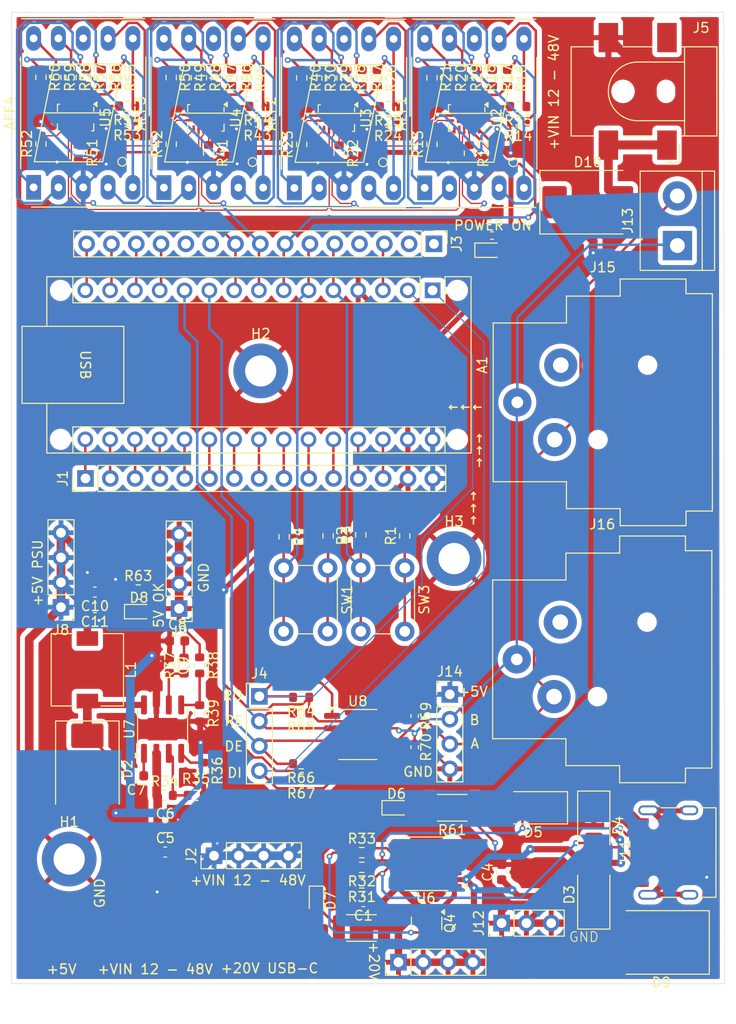
<source format=kicad_pcb>
(kicad_pcb (version 20240108) (generator "pcbnew") (generator_version "8.0")
  (layers (0 "F.Cu" signal) (31 "B.Cu" signal) (34 "B.Paste" user) (35 "F.Paste" user) (36 "B.SilkS" user "B.Silkscreen") (37 "F.SilkS" user "F.Silkscreen") (38 "B.Mask" user) (39 "F.Mask" user) (44 "Edge.Cuts" user))
  (net 0 "")
  (net 1 "Net-(A1-A4)")
  (net 2 "GND")
  (net 3 "Net-(J3-Pin_3)")
  (net 4 "Net-(A1-AREF)")
  (net 5 "+5VPSU")
  (net 6 "Net-(A1-D13)")
  (net 7 "Net-(A1-3V3)")
  (net 8 "Net-(A1-A7)")
  (net 9 "Net-(A1-+5V)")
  (net 10 "Net-(J1-Pin_13)")
  (net 11 "Net-(A1-A0)")
  (net 12 "Net-(A1-A5)")
  (net 13 "Net-(A1-A6)")
  (net 14 "Net-(A1-D12)")
  (net 15 "Net-(A1-D11)")
  (net 16 "Net-(A1-A3)")
  (net 17 "Net-(A1-D3)")
  (net 18 "Net-(A1-D9)")
  (net 19 "Net-(A1-A2)")
  (net 20 "Net-(A1-A1)")
  (net 21 "Net-(A1-D10)")
  (net 22 "Net-(A1-D2)")
  (net 23 "Net-(AFF1-a)")
  (net 24 "Net-(AFF1-c)")
  (net 25 "Net-(AFF1-g)")
  (net 26 "Net-(AFF1-DP)")
  (net 27 "Net-(AFF1-e)")
  (net 28 "Net-(AFF1-d)")
  (net 29 "Net-(AFF1-f)")
  (net 30 "Net-(D1-A)")
  (net 31 "Net-(AFF2-a)")
  (net 32 "Net-(AFF2-d)")
  (net 33 "Net-(AFF2-f)")
  (net 34 "Net-(AFF2-g)")
  (net 35 "Net-(AFF2-e)")
  (net 36 "Net-(AFF2-c)")
  (net 37 "Net-(AFF2-b)")
  (net 39 "Net-(AFF2-DP)")
  (net 40 "Net-(U3-~{OE})")
  (net 41 "Net-(U3-~{SRCLR})")
  (net 42 "Net-(U3-QA)")
  (net 43 "Net-(U3-QB)")
  (net 44 "Net-(U3-QC)")
  (net 45 "Net-(U3-QD)")
  (net 46 "Net-(U3-QE)")
  (net 47 "Net-(U3-QF)")
  (net 48 "Net-(U3-QG)")
  (net 49 "Net-(U3-QH)")
  (net 51 "Net-(AFF1-b)")
  (net 52 "/5Vpsu/+VIN")
  (net 53 "Net-(U7-BOOT)")
  (net 54 "Net-(D2-K)")
  (net 55 "Net-(C8-Pad2)")
  (net 56 "Net-(U7-COMP)")
  (net 62 "/7Segment/RLCK")
  (net 63 "/7Segment/SRCLK")
  (net 64 "/7Segment/SER")
  (net 65 "Net-(AFF3-e)")
  (net 66 "/7Segment1/QH'")
  (net 67 "/7Segment/QH'")
  (net 68 "Net-(AFF3-g)")
  (net 69 "Net-(AFF3-a)")
  (net 70 "Net-(AFF3-c)")
  (net 71 "Net-(AFF3-DP)")
  (net 72 "Net-(AFF3-d)")
  (net 74 "Net-(AFF3-b)")
  (net 75 "Net-(AFF3-f)")
  (net 76 "Net-(AFF4-e)")
  (net 77 "Net-(AFF4-a)")
  (net 78 "Net-(AFF4-f)")
  (net 79 "Net-(AFF4-DP)")
  (net 80 "Net-(AFF4-d)")
  (net 82 "Net-(AFF4-c)")
  (net 83 "Net-(AFF4-g)")
  (net 84 "Net-(AFF4-b)")
  (net 85 "Net-(U4-~{OE})")
  (net 86 "Net-(U4-~{SRCLR})")
  (net 87 "Net-(U4-QA)")
  (net 88 "Net-(U4-QB)")
  (net 89 "Net-(U4-QC)")
  (net 90 "Net-(U4-QD)")
  (net 91 "Net-(U4-QE)")
  (net 92 "Net-(U4-QF)")
  (net 93 "Net-(U4-QG)")
  (net 94 "Net-(U4-QH)")
  (net 95 "Net-(U5-~{OE})")
  (net 96 "Net-(U5-~{SRCLR})")
  (net 97 "Net-(U5-QA)")
  (net 98 "Net-(U5-QB)")
  (net 99 "Net-(U5-QC)")
  (net 100 "Net-(U5-QD)")
  (net 101 "Net-(U5-QE)")
  (net 102 "Net-(U5-QF)")
  (net 103 "Net-(U5-QG)")
  (net 104 "Net-(U5-QH)")
  (net 105 "/7Segment2/QH'")
  (net 106 "/7Segment3/QH'")
  (net 108 "unconnected-(J11-SHIELD-PadS1)")
  (net 111 "Net-(D4-A2)")
  (net 115 "Net-(D5-A2)")
  (net 116 "Net-(Q4-G)")
  (net 117 "Net-(R1-Pad1)")
  (net 118 "Net-(R2-Pad2)")
  (net 119 "Net-(U2-~{OE})")
  (net 120 "Net-(U2-~{SRCLR})")
  (net 121 "Net-(U2-QA)")
  (net 122 "Net-(U2-QB)")
  (net 123 "Net-(U2-QC)")
  (net 124 "Net-(U2-QD)")
  (net 125 "Net-(U2-QE)")
  (net 126 "Net-(U2-QF)")
  (net 127 "Net-(U2-QG)")
  (net 128 "Net-(U2-QH)")
  (net 129 "Net-(U6-SEL)")
  (net 130 "Net-(U7-EN)")
  (net 131 "Net-(U7-RT{slash}CLK)")
  (net 132 "Net-(U7-FB)")
  (net 142 "Net-(D6-A)")
  (net 143 "Net-(D7-A)")
  (net 144 "Net-(D8-A)")
  (net 145 "/XLR_TO_UART/DE")
  (net 146 "/XLR_TO_UART/RE")
  (net 147 "/XLR_TO_UART/DI")
  (net 148 "/XLR_TO_UART/RO")
  (net 149 "+VSUB")
  (net 150 "Net-(J13-Pin_1)")
  (net 151 "Net-(J13-Pin_2)")
  (net 154 "/usb-c-pd/+20V")
  (net 155 "Net-(D10-A)")
  (footprint "Resistor_SMD:R_0603_1608Metric" (layer "F.Cu") (at 142.173725 41.324 180)
    (property "Reference" "R14")
    (property "Value" "100")
  )
  (footprint "Package_SO:SOP-8_3.9x4.9mm_P1.27mm" (layer "F.Cu") (at 125.74 103.998)
    (property "Reference" "U8")
    (property "Value" "MAX485E")
  )
  (footprint "Resistor_SMD:R_0603_1608Metric" (layer "F.Cu") (at 118.2 83.775 -90)
    (property "Reference" "R4")
    (property "Value" "10K")
  )
  (footprint "Resistor_SMD:R_0603_1608Metric" (layer "F.Cu") (at 139.518724 36.839 -90)
    (property "Reference" "R17")
    (property "Value" "100")
  )
  (footprint "LED_SMD:LED_0603_1608Metric" (layer "F.Cu") (at 103.3375 91.425)
    (property "Reference" "D8")
    (property "Value" "LED")
  )
  (footprint "Resistor_SMD:R_0603_1608Metric" (layer "F.Cu") (at 93.297644 43.569 90)
    (property "Reference" "R52")
    (property "Value" "10K")
  )
  (footprint "Resistor_SMD:R_0603_1608Metric" (layer "F.Cu") (at 108.177644 36.809 -90)
    (property "Reference" "R49")
    (property "Value" "100")
  )
  (footprint "Diode_SMD:D_SMC" (layer "F.Cu") (at 156.82 125.27 180)
    (property "Reference" "D9")
    (property "Value" "D_Schottky")
  )
  (footprint "Resistor_SMD:R_0603_1608Metric" (layer "F.Cu") (at 126.15575 116.08425)
    (property "Reference" "R33")
    (property "Value" "100K")
  )
  (footprint "Resistor_SMD:R_0603_1608Metric" (layer "F.Cu") (at 124.617644 36.849 -90)
    (property "Reference" "R28")
    (property "Value" "100")
  )
  (footprint "Resistor_SMD:R_2010_5025Metric" (layer "F.Cu") (at 135.40575 111.49425 180)
    (property "Reference" "R61")
    (property "Value" "1.5k")
  )
  (footprint "Resistor_SMD:R_0603_1608Metric" (layer "F.Cu") (at 106.637644 43.599 90)
    (property "Reference" "R42")
    (property "Value" "10K")
  )
  (footprint "Connector_PinHeader_2.54mm:PinHeader_1x04_P2.54mm_Vertical" (layer "F.Cu") (at 95.35 90.975 180)
    (property "Reference" "J8")
    (property "Value" "Conn_01x04_Pin")
  )
  (footprint "MountingHole:MountingHole_3.2mm_M3_DIN965_Pad" (layer "F.Cu") (at 96.19 116.74)
    (property "Reference" "H1")
    (property "Value" "MountingHole_Pad")
  )
  (footprint "Resistor_SMD:R_0603_1608Metric" (layer "F.Cu") (at 119.94 108.593 180)
    (property "Reference" "R67")
    (property "Value" "10K")
  )
  (footprint "Connector_PinHeader_2.54mm:PinHeader_1x04_P2.54mm_Vertical" (layer "F.Cu") (at 111.02 116.4 90)
    (property "Reference" "J2")
    (property "Value" "Conn_01x04_Pin")
  )
  (footprint "TerminalBlock:TerminalBlock_bornier-2_P5.08mm" (layer "F.Cu") (at 158.465 53.973 90)
    (property "Reference" "J13")
    (property "Value" "XLR A/B")
  )
  (footprint "Diode_SMD:D_SMC" (layer "F.Cu") (at 98.05 107.525 -90)
    (property "Reference" "D2")
    (property "Value" "D_Schottky")
  )
  (footprint "Resistor_SMD:R_0603_1608Metric" (layer "F.Cu") (at 119.94 106.993 180)
    (property "Reference" "R66")
    (property "Value" "10K")
  )
  (footprint "Resistor_SMD:R_0603_1608Metric" (layer "F.Cu") (at 105.975 110.225)
    (property "Reference" "R34")
    (property "Value" "523k")
  )
  (footprint "Button_Switch_THT:SW_PUSH_6mm" (layer "F.Cu") (at 130.55 86.95 -90)
    (property "Reference" "SW3")
    (property "Value" "SW_Push")
  )
  (footprint "Resistor_SMD:R_0603_1608Metric" (layer "F.Cu") (at 115.477646 39.734 180)
    (property "Reference" "R44")
    (property "Value" "100")
  )
  (footprint "Resistor_SMD:R_0603_1608Metric" (layer "F.Cu") (at 133.338724 43.619 90)
    (property "Reference" "R13")
    (property "Value" "10K")
  )
  (footprint "Resistor_SMD:R_0603_1608Metric" (layer "F.Cu") (at 119.94 101.793 180)
    (property "Reference" "R65")
    (property "Value" "10K")
  )
  (footprint "Package_TO_SOT_SMD:SOT-23" (layer "F.Cu") (at 132.78575 123.31675 -90)
    (property "Reference" "Q4")
    (property "Value" "AO3400A")
  )
  (footprint "Capacitor_SMD:C_0603_1608Metric" (layer "F.Cu") (at 106.025 116.025)
    (property "Reference" "C5")
    (property "Value" "2.2uF")
  )
  (footprint "Resistor_SMD:R_0603_1608Metric" (layer "F.Cu") (at 109.95 107.7 -90)
    (property "Reference" "R36")
    (property "Value" "162k")
  )
  (footprint "Resistor_SMD:R_0603_1608Metric" (layer "F.Cu") (at 123.087644 36.829 -90)
    (property "Reference" "R29")
    (property "Value" "100")
  )
  (footprint "Resistor_SMD:R_0603_1608Metric" (layer "F.Cu") (at 137.168725 44.529 -90)
    (property "Reference" "R12")
    (property "Value" "10K")
  )
  (footprint "Module:Arduino_Nano_WithMountingHoles" (layer "F.Cu") (at 133.4 58.56 -90)
    (property "Reference" "A1")
    (property "Value" "Arduino_Nano_v3.x")
  )
  (footprint "Resistor_SMD:R_0603_1608Metric" (layer "F.Cu") (at 126.15575 119.18425 180)
    (property "Reference" "R31")
    (property "Value" "5.1K")
  )
  (footprint "Resistor_SMD:R_0603_1608Metric" (layer "F.Cu") (at 115.472646 41.304 180)
    (property "Reference" "R43")
    (property "Value" "100")
  )
  (footprint "Resistor_SMD:R_0603_1608Metric" (layer "F.Cu") (at 109.727644 36.799 -90)
    (property "Reference" "R48")
    (property "Value" "100")
  )
  (footprint "Package_DFN_QFN:DHVQFN-16-1EP_2.5x3.5mm_P0.5mm_EP1x2mm" (layer "F.Cu") (at 123.547646 40.9365 -90)
    (property "Reference" "U3")
    (property "Value" "74HC595BQ")
  )
  (footprint "Resistor_SMD:R_0603_1608Metric" (layer "F.Cu") (at 126.05 83.575 90)
    (property "Reference" "R3")
    (property "Value" "10K")
  )
  (footprint "Connector_Audio:Jack_XLR_Neutrik_NC3FAAH-0_Horizontal" (layer "F.Cu") (at 146.471769 92.5)
    (property "Reference" "J16")
    (property "Value" "XLR3")
  )
  (footprint "LED_SMD:LED_0603_1608Metric" (layer "F.Cu") (at 129.70575 111.49425)
    (property "Reference" "D6")
    (property "Value" "LED")
  )
  (footprint "MountingHole:MountingHole_3.2mm_M3_DIN965_Pad" (layer "F.Cu") (at 115.8 66.8)
    (property "Reference" "H2")
    (property "Value" "MountingHole_Pad")
  )
  (footprint "Resistor_SMD:R_0603_1608Metric" (layer "F.Cu") (at 112.817644 36.819 -90)
    (property "Reference" "R46")
    (property "Value" "100")
  )
  (footprint "Capacitor_SMD:C_0603_1608Metric" (layer "F.Cu") (at 106.45 96.95 -90)
    (property "Reference" "C9")
    (property "Value" "39pF")
  )
  (footprint "Capacitor_SMD:C_0603_1608Metric" (layer "F.Cu") (at 106.025 113.525)
    (property "Reference" "C6")
    (property "Value" "2.2uF")
  )
  (footprint "Package_SO:SOIC-8-1EP_3.9x4.9mm_P1.27mm_EP2.29x3mm" (layer "F.Cu") (at 105.755 103.45 90)
    (property "Reference" "U7")
    (property "Value" "TPS54360BDDAR")
  )
  (footprint "Resistor_SMD:R_0603_1608Metric" (layer "F.Cu") (at 96.387644 36.769 -90)
    (property "Reference" "R58")
    (property "Value" "100")
  )
  (footprint "Connector_PinHeader_2.54mm:PinHeader_1x15_P2.54mm_Vertical" (layer "F.Cu") (at 97.86 77.8 90)
    (property "Reference" "J1")
    (property "Value" "Conn_01x15_Socket")
  )
  (footprint "Connector_PinHeader_2.54mm:PinHeader_1x15_P2.54mm_Vertical" (layer "F.Cu") (at 133.54 53.8 -90)
    (property "Reference" "J3")
    (property "Value" "Conn_01x15_Socket")
  )
  (footprint "Connector_PinHeader_2.54mm:PinHeader_1x04_P2.54mm_Vertical" (layer "F.Cu") (at 129.90575 127.29425 90)
    (property "Reference" "J10" (hide yes))
    (property "Value" "Conn_01x04_Pin")
  )
  (footprint "Package_DFN_QFN:DHVQFN-16-1EP_2.5x3.5mm_P0.5mm_EP1x2mm" (layer "F.Cu") (at 96.847646 40.8765 -90)
    (property "Reference" "U5")
    (property "Value" "74HC595BQ")
  )
  (footprint "Package_DFN_QFN:DHVQFN-16-1EP_2.5x3.5mm_P0.5mm_EP1x2mm" (layer "F.Cu") (at 136.888725 40.9265 -90)
    (property "Reference" "U2")
    (property "Value" "74HC595BQ")
  )
  (footprint "Connector_PinHeader_2.54mm:PinHeader_1x04_P2.54mm_Vertical" (layer "F.Cu") (at 135.165 99.893)
    (property "Reference" "J14")
    (property "Value" "Conn_01x04_Socket")
  )
  (footprint "Resistor_SMD:R_0603_1608Metric" (layer "F.Cu") (at 97.917644 36.789 -90)
    (property "Reference" "R57")
    (property "Value" "100")
  )
  (footprint "Package_DFN_QFN:DHVQFN-16-1EP_2.5x3.5mm_P0.5mm_EP1x2mm" (layer "F.Cu") (at 110.187646 40.9065 -90)
    (property "Reference" "U4")
    (property "Value" "74HC595BQ")
  )
  (footprint "Resistor_SMD:R_0603_1608Metric" (layer "F.Cu") (at 99.477644 36.789 -90)
    (property "Reference" "R56")
    (property "Value" "100")
  )
  (footprint "Resistor_SMD:R_0603_1608Metric" (layer "F.Cu") (at 114.377646 36.819 -90)
    (property "Reference" "R45")
    (property "Value" "100")
  )
  (footprint "Resistor_SMD:R_0603_1608Metric" (layer "F.Cu") (at 128.837646 39.764 180)
    (property "Reference" "R25")
    (property "Value" "100")
  )
  (footprint "Capacitor_SMD:C_0603_1608Metric" (layer "F.Cu") (at 140.47575 118.07425 90)
    (property "Reference" "C4")
    (property "Value" "1uF")
  )
  (footprint "LED_SMD:LED_0603_1608Metric" (layer "F.Cu") (at 121.50575 120.99425 -90)
    (property "Reference" "D7")
    (property "Value" "LED")
  )
  (footprint "Connector_Audio:Jack_XLR_Neutrik_NC3FAAH-0_Horizontal" (layer "F.Cu") (at 146.526769 66.205)
    (property "Reference" "J15")
    (property "Value" "XLR3")
  )
  (footprint "Resistor_SMD:R_0603_1608Metric" (layer "F.Cu") (at 137.958724 36.839 -90)
    (property "Reference" "R18")
    (property "Value" "100")
  )
  (footprint "Resistor_SMD:R_0603_1608Metric" (layer "F.Cu") (at 119.997644 43.629 90)
    (property "Reference" "R23")
    (property "Value" "10K")
  )
  (footprint "Capacitor_SMD:C_0603_1608Metric" (layer "F.Cu") (at 107.25 94.425)
    (property "Reference" "C8")
    (property "Value" "6800pF")
  )
  (footprint "Resistor_SMD:R_0603_1608Metric" (layer "F.Cu") (at 93.297644 36.759 -90)
    (property "Reference" "R60")
    (property "Value" "100")
  )
  (footprint "Resistor_SMD:R_0603_1608Metric" (layer "F.Cu") (at 126.15575 117.58425 180)
    (property "Reference" "R32")
    (property "Value" "5.1K")
  )
  (footprint "Resistor_SMD:R_0603_1608Metric" (layer "F.Cu") (at 128.832646 41.334 180)
    (property "Reference" "R24")
    (property "Value" "100")
  )
  (footprint "Capacitor_SMD:C_0603_1608Metric" (layer "F.Cu") (at 126.30575 121.09425 180)
    (property "Reference" "C1")
    (property "Value" "10uF")
  )
  (footprint "LED_SMD:LED_0603_1608Metric" (layer "F.Cu") (at 139.2125 54.45)
    (property "Reference" "D1" (hide yes))
    (property "Value" "LED")
  )
  (footprint "Resistor_SMD:R_0603_1608Metric" (layer "F.Cu") (at 110.467646 44.509 -90)
    (property "Reference" "R41")
    (property "Value" "10K")
  )
  (footprint "Resistor_SMD:R_0603_1608Metric" (layer "F.Cu") (at 102.132646 41.274 180)
    (property "Reference" "R53")
    (property "Value" "100")
  )
  (footprint "Display_7Segment:7SegmentLED_LTS6760_LTS6780" (layer "F.Cu") (at 92.547646 48.019 90)
    (property "Reference" "AFF4")
    (property "Value" "LTS-6960HR")
  )
  (footprint "Resistor_SMD:R_0603_1608Metric" (layer "F.Cu") (at 141.078725 36.839 -90)
    (property "Reference" "R16")
    (property "Value" "100")
  )
  (footprint "Resistor_SMD:R_0603_1608Metric" (layer "F.Cu") (at 126.177644 36.849 -90)
    (property "Reference" "R27")
    (property "Value" "100")
  )
  (footprint "Resistor_SMD:R_0603_1608Metric" (layer "F.Cu") (at 142.178725 39.754 180)
    (property "Reference" "R15")
    (property "Value" "100")
  )
  (footprint "Resistor_SMD:R_0603_1608Metric" (layer "F.Cu") (at 133.338724 36.809 -90)
    (property "Reference" "R21")
    (property "Value" "100")
  )
  (footprint "Connector_PinHeader_2.54mm:PinHeader_1x04_P2.54mm_Vertical" (layer "F.Cu") (at 107.45 91.115 180)
    (property "Reference" "J9")
    (property "Value" "Conn_01x04_Pin")
  )
  (footprint "Capacitor_SMD:C_0603_1608Metric" (layer "F.Cu") (at 98.825 89.425 180)
    (property "Reference" "C10")
    (property "Value" "47uF")
  )
  (footprint "Resistor_SMD:R_0603_1608Metric" (layer "F.Cu") (at 134.878724 36.829 -90)
    (property "Reference" "R20")
    (property "Value" "100")
  )
  (footprint "Resistor_SMD:R_0603_1608Metric" (layer "F.Cu") (at 127.737646 36.849 -90)
    (property "Reference" "R26")
    (property "Value" "100")
  )
  (footprint "Resistor_SMD:R_0603_1608Metric" (layer "F.Cu") (at 119.997644 36.819 -90)
    (property "Reference" "R40")
    (property "Value" "100")
  )
  (footprint "Resistor_SMD:R_0402_1005Metric" (layer "F.Cu") (at 131.565 105.303 -90)
    (property "Reference" "R70")
    (property "Value" "20K")
  )
  (footprint "Resistor_SMD:R_0402_1005Metric" (layer "F.Cu") (at 139.49 52.95 180)
    (property "Reference" "R9" (hide yes))
    (property "Value" "220" (hide yes))
  )
  (footprint "Capacitor_SMD:C_0603_1608Metric" (layer "F.Cu") (at 98.825 91.025 180)
    (property "Reference" "C11")
    (property "Value" "47uF")
  )
  (footprint "Diode_SMD:D_SMA" (layer "F.Cu") (at 149.90575 113.29425 -90)
    (property "Reference" "D4")
    (property "Value" "SMAJ24CA")
  )
  (footprint "Resistor_SMD:R_0603_1608Metric" (layer "F.Cu") (at 97.127646 44.479 -90)
    (property "Reference" "R51")
    (property "Value" "10K")
  )
  (footprint "Diode_SMD:D_SMA" (layer "F.Cu") (at 143.70575 111.49425 180)
    (property "Reference" "D5")
    (property "Value" "SMAJ24CA")
  )
  (footprint "Connector_PinHeader_2.54mm:PinHeader_1x03_P2.54mm_Vertical" (layer "F.Cu") (at 140.46575 123.29425 90)
    (property "Reference" "J12")
    (property "Value" "Conn_01x03_Pin")
  )
  (footprint "Display_7Segment:7SegmentLED_LTS6760_LTS6780" (layer "F.Cu") (at 119.247646 48.079 90)
    (property "Reference" "AFF2")
    (property "Value" "LTS-6960HR")
  )
  (footprint "Resistor_SMD:R_0603_1608Metric" (layer "F.Cu") (at 101.037646 36.789 -90)
    (property "Reference" "R55")
    (property "Value" "100")
  )
  (footprint "Resistor_SMD:R_2010_5025Metric" (layer "F.Cu") (at 126.11825 123.79425 180)
    (property "Reference" "R62" (hide yes))
    (property "Value" "1.5k")
  )
  (footprint "MountingHole:MountingHole_3.2mm_M3_DIN965_Pad" (layer "F.Cu") (at 135.6 86)
    (property "Reference" "H3")
    (property "Value" "MountingHole_Pad")
  )
  (footprint "Connector_USB:USB_C_Receptacle_G-Switch_GT-USB-7010ASV" (layer "F.Cu") (at 158.63075 116.07425 90)
    (property "Reference" "J11")
    (property "Value" "USB_C_Receptacle_USB2.0_16P")
  )
  (footprint "Resistor_SMD:R_0603_1608Metric" (layer "F.Cu") (at 111.257644 36.819 -90)
    (property "Reference" "R47")
    (property "Value" "100")
  )
  (footprint "Resistor_SMD:R_0603_1608Metric" (layer "F.Cu") (at 109.55 96.925 -90)
    (property "Reference" "R38")
    (property "Value" "53.6k")
  )
  (footprint "Display_7Segment:7SegmentLED_LTS6760_LTS6780" (layer "F.Cu") (at 105.887646 48.049 90)
    (property "Reference" "AFF3")
    (property "Value" "LTS-6960HR")
  )
  (footprint "Resistor_SMD:R_0603_1608Metric" (layer "F.Cu") (at 119.94 100.193 180)
    (property "Reference" "R64")
    (property "Value" "10K")
  )
  (footprint "Diode_SMD:D_SMA" (layer "F.Cu") (at 149.90575 120.39425 90)
    (property "Reference" "D3")
    (property "Value" "SMAJ24CA")
  )
  (footprint "Resistor_SMD:R_0603_1608Metric" (layer "F.Cu") (at 123.827646 44.539 -90)
    (property "Reference" "R22")
    (property "Value" "10K")
  )
  (footprint "Package_SO:TSSOP-16_4.4x5mm_P0.65mm" (layer "F.Cu") (at 132.76825 117.21925 180)
    (property "Reference" "U6")
    (property "Value" "IP2721")
  )
  (footprint "Connector_PinHeader_2.54mm:PinHeader_1x04_P2.54mm_Vertical" (layer "F.Cu") (at 115.665 100.093)
    (property "Reference" "J4")
    (property "Value" "Conn_01x04_Socket")
  )
  (footprint "Connector_BarrelJack:BarrelJack_CLIFF_FC681465S_SMT_Horizontal" (layer "F.Cu") (at 154.4 38.2 180)
    (property "Reference" "J5")
    (property "Value" "Barrel_Jack_MountingPin")
  )
  (footprint "Resistor_SMD:R_0603_1608Metric" (layer "F.Cu") (at 109.55 101.825 -90)
    (property "Reference" "R39")
    (property "Value" "10.2k")
  )
  (footprint "Resistor_SMD:R_0603_1608Metric" (layer "F.Cu") (at 107.95 96.95 90)
    (property "Reference" "R37")
    (property "Value" "13.0k")
  )
  (footprint "Resistor_SMD:R_0603_1608Metric" (layer "F.Cu") (at 102.137646 39.704 180)
    (property "Reference" "R54")
    (property "Value" "100")
  )
  (footprint "Resistor_SMD:R_0805_2012Metric" (layer "F.Cu") (at 103.2625 89.425)
    (property "Reference" "R63")
    (property "Value" "200")
  )
  (footprint "Inductor_SMD:L_7.3x7.3_H3.5" (layer "F.Cu") (at 98.05 97.375 -90)
    (property "Reference" "L1")
    (property "Value" "10uH")
  )
  (footprint "Resistor_SMD:R_0402_1005Metric" (layer "F.Cu") (at 131.565 102.103 -90)
    (property "Reference" "R69")
    (property "Value" "20K")
  )
  (footprint "Resistor_SMD:R_0603_1608Metric" (layer "F.Cu") (at 106.637644 36.789 -90)
    (property "Reference" "R50")
    (property "Value" "100")
  )
  (footprint "Resistor_SMD:R_0603_1608Metric" (layer "F.Cu") (at 136.428724 36.819 -90)
    (property "Reference" "R19")
    (property "Value" "100")
  )
  (footprint "Capacitor_SMD:C_0603_1608Metric" (layer "F.Cu") (at 103.05 108.225 180)
    (property "Reference" "C7")
    (property "Value" "0.1uF")
  )
  (footprint "Resistor_SMD:R_0603_1608Metric" (layer "F.Cu") (at 94.837644 36.779 -90)
    (property "Reference" "R59")
    (property "Value" "100")
  )
  (footprint "Button_Switch_THT:SW_PUSH_6mm" (layer "F.Cu") (at 122.65 86.95 -90)
    (property "Reference" "SW1")
    (property "Value" "SW_Push")
  )
  (footprint "Display_7Segment:7SegmentLED_LTS6760_LTS6780" (layer "F.Cu") (at 132.588725 48.069 90)
    (property "Reference" "AFF1")
    (property "Value" "LTS-6960HR")
  )
  (footprint "Resistor_SMD:R_0603_1608Metric" (layer "F.Cu") (at 121.537644 36.839 -90)
    (property "Reference" "R30")
    (property "Value" "100")
  )
  (footprint "Resistor_SMD:R_0603_1608Metric" (layer "F.Cu") (at 109.15 110.225)
    (property "Reference" "R35")
    (property "Value" "84.5")
  )
  (footprint "Resistor_SMD:R_0603_1608Metric" (layer "F.Cu") (at 122.7 83.675 -90)
    (property "Reference" "R2")
    (property "Value" "10K")
  )
  (footprint "Resistor_SMD:R_0603_1608Metric" (layer "F.Cu") (at 130.55 83.675 90)
    (property "Reference" "R1")
    (property "Value" "10K")
  )
  (footprint "Diode_SMD:D_SMC" (layer "F.Cu") (at 149.2925 49.54)
    (property "Reference" "D10")
    (property "Value" "D_Schottky")
  )
  (gr_line (start 90.3 30.1) (end 90.3 129.5) (stroke (width 0.05)) (layer "Edge.Cuts"))
  (gr_line (start 90.3 30.1) (end 163.2 30.1) (stroke (width 0.05)) (layer "Edge.Cuts"))
  (gr_line (start 163.2 30.1) (end 163.3 129.5) (stroke (width 0.05)) (layer "Edge.Cuts"))
  (gr_line (start 90.3 129.5) (end 163.3 129.5) (stroke (width 0.05)) (layer "Edge.Cuts"))
  (gr_text "GND" (at 110.55 89.575 90) (layer "F.SilkS") (effects (font (size 1 1)) (justify left bottom)))
  (gr_text "+5V PSU" (at 93.55 90.975 90) (layer "F.SilkS") (effects (font (size 1 1)) (justify left bottom)))
  (gr_text "DE" (at 112 105.8 0) (layer "F.SilkS") (effects (font (size 1 1)) (justify left bottom)))
  (gr_text "→→→" (at 138.1 82.8 90) (layer "F.SilkS") (effects (font (size 1 1)) (justify left bottom)))
  (gr_text "+VIN 12 - 48V" (at 99 128.6 0) (layer "F.SilkS") (effects (font (size 1 1)) (justify left bottom)))
  (gr_text "+20V USB-C" (at 111.6 128.5 0) (layer "F.SilkS") (effects (font (size 1 1)) (justify left bottom)))
  (gr_text "GND" (at 147.30575 125.29425 0) (layer "F.SilkS") (effects (font (size 1 1) (thickness 0.1)) (justify left bottom)))
  (gr_text "+VIN 12 - 48V" (at 108.5 119.5 0) (layer "F.SilkS") (effects (font (size 1 1)) (justify left bottom)))
  (gr_text "+5V" (at 93.8 128.6 0) (layer "F.SilkS") (effects (font (size 1 1)) (justify left bottom)))
  (gr_text "RE" (at 112 103.2 0) (layer "F.SilkS") (effects (font (size 1 1)) (justify left bottom)))
  (gr_text "GND" (at 130.3 108.4 0) (layer "F.SilkS") (effects (font (size 1 1)) (justify left bottom)))
  (gr_text "GND" (at 99.91 121.85 90) (layer "F.SilkS") (effects (font (size 1 1)) (justify left bottom)))
  (gr_text "→→→" (at 138.7 76.9 90) (layer "F.SilkS") (effects (font (size 1 1)) (justify left bottom)))
  (gr_text "→→→" (at 138.7 70 180) (layer "F.SilkS") (effects (font (size 1 1)) (justify left bottom)))
  (gr_text "B" (at 137.1 103.1 0) (layer "F.SilkS") (effects (font (size 1 1)) (justify left bottom)))
  (gr_text "+5V" (at 135.9 100.2 0) (layer "F.SilkS") (effects (font (size 1 1)) (justify left bottom)))
  (gr_text "RO" (at 111.8 100.6 0) (layer "F.SilkS") (effects (font (size 1 1)) (justify left bottom)))
  (gr_text "+VIN 12 - 48V" (at 146.4 44.3 90) (layer "F.SilkS") (effects (font (size 1 1)) (justify left bottom)))
  (gr_text "+20V" (at 126.82575 125.09425 270) (layer "F.SilkS") (effects (font (size 1 1)) (justify left bottom)))
  (gr_text "A" (at 137.2 105.5 0) (layer "F.SilkS") (effects (font (size 1 1)) (justify left bottom)))
  (gr_text "5V OK" (at 105.95 93.175 90) (layer "F.SilkS") (effects (font (size 1 1)) (justify left bottom)))
  (gr_text "POWER ON" (at 135.5 52.5 0) (layer "F.SilkS") (effects (font (size 1 1)) (justify left bottom)))
  (gr_text "DI" (at 112.3 108.5 0) (layer "F.SilkS") (effects (font (size 1 1)) (justify left bottom)))
  (segment (start 115.62 77.78) (end 115.64 77.8) (width 0.254) (layer "F.Cu") (net 1))
  (segment (start 115.62 73.8) (end 115.62 77.78) (width 0.254) (layer "F.Cu") (net 1))
  (segment (start 133.974419 40.6765) (end 135.201225 40.6765) (width 0.254) (layer "F.Cu") (net 2))
  (segment (start 128.80575 113.79425) (end 124.36963 113.79425) (width 0.635) (layer "F.Cu") (net 2))
  (segment (start 158.861404 35.5) (end 161.6 38.238596) (width 0.889) (layer "F.Cu") (net 2))
  (segment (start 120.63334 40.6865) (end 121.860146 40.6865) (width 0.254) (layer "F.Cu") (net 2))
  (segment (start 153.4 104.135725) (end 149.90575 107.629975) (width 0.889) (layer "F.Cu") (net 2))
  (segment (start 140.46575 122.03825) (end 141.20775 121.29625) (width 0.762) (layer "F.Cu") (net 2))
  (segment (start 98.8 44.8) (end 98.8 44.8) (width 0.254) (layer "F.Cu") (net 2))
  (segment (start 137.546 45.354) (end 138.4 44.5) (width 0.254) (layer "F.Cu") (net 2))
  (segment (start 132.098725 42.055) (end 132.595919 42.055) (width 0.254) (layer "F.Cu") (net 2))
  (segment (start 107.45 83.495) (end 105.8964 83.495) (width 0.889) (layer "F.Cu") (net 2))
  (segment (start 130.88 77.8) (end 130.88 73.82) (width 0.508) (layer "F.Cu") (net 2))
  (segment (start 121.50575 120.20675) (end 108.50675 120.20675) (width 0.889) (layer "F.Cu") (net 2))
  (segment (start 154.90575 112.87425) (end 154.58575 112.87425) (width 0.635) (layer "F.Cu") (net 2))
  (segment (start 142.63075 114.69425) (end 140.47575 116.84925) (width 0.762) (layer "F.Cu") (net 2))
  (segment (start 138.84575 116.64894) (end 135.99106 113.79425) (width 0.635) (layer "F.Cu") (net 2))
  (segment (start 121.50575 117.89425) (end 122.00575 117.39425) (width 0.635) (layer "F.Cu") (net 2))
  (segment (start 149.90575 111.29425) (end 146.50575 114.69425) (width 0.762) (layer "F.Cu") (net 2))
  (segment (start 130.88 77.8) (end 127.88 80.8) (width 0.508) (layer "F.Cu") (net 2))
  (segment (start 110.679 107.796) (end 110.679 103.779) (width 0.254) (layer "F.Cu") (net 2))
  (segment (start 149.00575 123.29425) (end 149.90575 122.39425) (width 0.762) (layer "F.Cu") (net 2))
  (segment (start 117.940646 31.761921) (end 117.017725 30.839) (width 0.254) (layer "F.Cu") (net 2))
  (segment (start 125.4 44.6) (end 125.4 44.5) (width 0.254) (layer "F.Cu") (net 2))
  (segment (start 132.837071 63.64) (end 138.425 58.052071) (width 0.508) (layer "F.Cu") (net 2))
  (segment (start 96.597646 40.6265) (end 96.847646 40.8765) (width 0.127) (layer "F.Cu") (net 2))
  (segment (start 151.4 32.7) (end 151.4 34.835) (width 0.635) (layer "F.Cu") (net 2))
  (segment (start 110.679 103.779) (end 109.55 102.65) (width 0.254) (layer "F.Cu") (net 2))
  (segment (start 133.465 105.813) (end 135.165 107.513) (width 0.254) (layer "F.Cu") (net 2))
  (segment (start 105.3381 88.575) (end 105.259 88.6541) (width 0.889) (layer "F.Cu") (net 2))
  (segment (start 111.066 45.334) (end 111.8 44.6) (width 0.254) (layer "F.Cu") (net 2))
  (segment (start 105.1955 95.3795) (end 105.1955 88.6541) (width 0.762) (layer "F.Cu") (net 2))
  (segment (start 135.63075 116.89425) (end 136.80575 116.89425) (width 0.635) (layer "F.Cu") (net 2))
  (segment (start 92.057646 42.005) (end 92.55484 42.005) (width 0.254) (layer "F.Cu") (net 2))
  (segment (start 147.40575 121.29625) (end 148.50375 122.39425) (width 0.635) (layer "F.Cu") (net 2))
  (segment (start 131.281725 41.238) (end 132.098725 42.055) (width 0.254) (layer "F.Cu") (net 2))
  (segment (start 118.757646 42.065) (end 119.25484 42.065) (width 0.254) (layer "F.Cu") (net 2))
  (segment (start 104.287725 30.809) (end 104.580646 31.101921) (width 0.254) (layer "F.Cu") (net 2))
  (segment (start 145.10575 121.29625) (end 147.40575 121.29625) (width 0.635) (layer "F.Cu") (net 2))
  (segment (start 141.735 44.5) (end 141.4 44.5) (width 0.635) (layer "F.Cu") (net 2))
  (segment (start 105.12 97.505) (end 106.45 96.175) (width 0.762) (layer "F.Cu") (net 2))
  (segment (start 120.71984 40.6) (end 120.63334 40.6865) (width 0.254) (layer "F.Cu") (net 2))
  (segment (start 134.050919 40.6) (end 133.974419 40.6765) (width 0.254) (layer "F.Cu") (net 2))
  (segment (start 105.12 100.975) (end 105.12 97.505) (width 0.762) (layer "F.Cu") (net 2))
  (segment (start 109.975 108.55) (end 109.95 108.525) (width 0.254) (layer "F.Cu") (net 2))
  (segment (start 140.47575 116.84925) (end 140.47575 117.29925) (width 0.762) (layer "F.Cu") (net 2))
  (segment (start 106.8 118.5) (end 106.8 116.025) (width 0.889) (layer "F.Cu") (net 2))
  (segment (start 105.12 97.505) (end 105.12 96.395) (width 0.762) (layer "F.Cu") (net 2))
  (segment (start 126.05 81.65) (end 126.05 82.75) (width 0.508) (layer "F.Cu") (net 2))
  (segment (start 132.20575 113.79425) (end 129.2 113.79425) (width 0.635) (layer "F.Cu") (net 2))
  (segment (start 99.148248 112.023248) (end 98.05 110.925) (width 0.889) (layer "F.Cu") (net 2))
  (segment (start 107.45 83.495) (end 107.45 86.035) (width 0.889) (layer "F.Cu") (net 2))
  (segment (start 131.281725 31.57) (end 131.281725 41.238) (width 0.254) (layer "F.Cu") (net 2))
  (segment (start 132.595919 42.055) (end 133.9 40.750919) (width 0.254) (layer "F.Cu") (net 2))
  (segment (start 125.3 44.6) (end 125.4 44.6) (width 0.254) (layer "F.Cu") (net 2))
  (segment (start 128.91825 113.5125) (end 129.2 113.79425) (width 0.381) (layer "F.Cu") (net 2))
  (segment (start 123.827646 45.364) (end 124.536 45.364) (width 0.254) (layer "F.Cu") (net 2))
  (segment (start 95.160146 40.6265) (end 96.597646 40.6265) (width 0.254) (layer "F.Cu") (net 2))
  (segment (start 136.80575 116.89425) (end 141.20775 121.29625) (width 0.635) (layer "F.Cu") (net 2))
  (segment (start 140.46575 123.29425) (end 140.46575 122.03825) (width 0.762) (layer "F.Cu") (net 2))
  (segment (start 122.39325 121.09425) (end 121.50575 120.20675) (width 0.254) (layer "F.Cu") (net 2))
  (segment (start 130.501725 30.79) (end 131.281725 31.57) (width 0.254) (layer "F.Cu") (net 2))
  (segment (start 99.6 87.075) (end 99.6 89.425) (width 0.762) (layer "F.Cu") (net 2))
  (segment (start 107.45 88.575) (end 105.3381 88.575) (width 0.889) (layer "F.Cu") (net 2))
  (segment (start 153.4 100.5) (end 153.4 104.135725) (width 0.889) (layer "F.Cu") (net 2))
  (segment (start 122.00575 116.15813) (end 122.00575 116.854158) (width 0.635) (layer "F.Cu") (net 2))
  (segment (start 99.6 89.425) (end 99.6 91.025) (width 0.762) (layer "F.Cu") (net 2))
  (segment (start 104.580646 31.49) (end 104.580646 41.218) (width 0.254) (layer "F.Cu") (net 2))
  (segment (start 140.46575 123.29425) (end 143.00575 123.29425) (width 0.762) (layer "F.Cu") (net 2))
  (segment (start 109.937646 40.6565) (end 110.187646 40.9065) (width 0.127) (layer "F.Cu") (net 2))
  (segment (start 117.940646 31.761921) (end 117.940646 31.678079) (width 0.254) (layer "F.Cu") (net 2))
  (segment (start 110.467646 45.334) (end 111.066 45.334) (width 0.254) (layer "F.Cu") (net 2))
  (segment (start 136.638725 40.6765) (end 136.888725 40.9265) (width 0.127) (layer "F.Cu") (net 2))
  (segment (start 138.425 58.052071) (end 138.425 54.45) (width 0.508) (layer "F.Cu") (net 2))
  (segment (start 127.88 80.8) (end 125.6 80.8) (width 0.508) (layer "F.Cu") (net 2))
  (segment (start 105.397646 42.035) (end 105.89484 42.035) (width 0.254) (layer "F.Cu") (net 2))
  (segment (start 105.397646 42.035) (end 104.580646 41.218) (width 0.254) (layer "F.Cu") (net 2))
  (segment (start 109.975 110.225) (end 109.975 108.55) (width 0.254) (layer "F.Cu") (net 2))
  (segment (start 154.90575 119.27425) (end 153.02575 119.27425) (width 0.635) (layer "F.Cu") (net 2))
  (segment (start 107.45 86.035) (end 107.45 88.575) (width 0.889) (layer "F.Cu") (net 2))
  (segment (start 122.00575 116.854158) (end 122.00575 117.39425) (width 0.635) (layer "F.Cu") (net 2))
  (segment (start 92.55484 42.005) (end 93.93334 40.6265) (width 0.254) (layer "F.Cu") (net 2))
  (segment (start 125.4 44.5) (end 125.4 44.5) (width 0.254) (layer "F.Cu") (net 2))
  (segment (start 99.6 89.425) (end 100.55 89.425) (width 0.762) (layer "F.Cu") (net 2))
  (segment (start 118 80.8) (end 108.9 80.8) (width 0.508) (layer "F.Cu") (net 2))
  (segment (start 105.89484 42.035) (end 107.27334 40.6565) (width 0.254) (layer "F.Cu") (net 2))
  (segment (start 125.33075 119.18425) (end 121.51575 119.18425) (width 0.254) (layer "F.Cu") (net 2))
  (segment (start 105.1955 88.6541) (end 102.9664 86.425) (width 0.762) (layer "F.Cu") (net 2))
  (segment (start 138.84575 116.89425) (end 140.07075 116.89425) (width 0.635) (layer "F.Cu") (net 2))
  (segment (start 106.8 116.025) (end 106.8 113.525) (width 0.889) (layer "F.Cu") (net 2))
  (segment (start 100.974681 112.023248) (end 99.148248 112.023248) (width 0.889) (layer "F.Cu") (net 2))
  (segment (start 141.20775 121.29625) (end 145.10575 121.29625) (width 0.635) (layer "F.Cu") (net 2))
  (segment (start 161.6 92.3) (end 153.4 100.5) (width 0.889) (layer "F.Cu") (net 2))
  (segment (start 106.8 112.075) (end 106.75 112.025) (width 0.889) (layer "F.Cu") (net 2))
  (segment (start 117.940646 31.678079) (end 118.828725 30.79) (width 0.254) (layer "F.Cu") (net 2))
  (segment (start 124.36963 113.79425) (end 115.99425 113.79425) (width 0.635) (layer "F.Cu") (net 2))
  (segment (start 107.45 91.115) (end 107.45 88.575) (width 0.889) (layer "F.Cu") (net 2))
  (segment (start 111.05 102.65) (end 109.55 102.65) (width 0.635) (layer "F.Cu") (net 2))
  (segment (start 120.6 40.71984) (end 120.6 40.6) (width 0.254) (layer "F.Cu") (net 2))
  (segment (start 121.51575 119.18425) (end 121.50575 119.19425) (width 0.254) (layer "F.Cu") (net 2))
  (segment (start 104.5 95.925) (end 99.6 91.025) (width 0.762) (layer "F.Cu") (net 2))
  (segment (start 98.7 44.8) (end 98.8 44.8) (width 0.254) (layer "F.Cu") (net 2))
  (segment (start 104.580646 31.101921) (end 104.580646 31.49) (width 0.254) (layer "F.Cu") (net 2))
  (segment (start 117.940646 31.761921) (end 117.940646 41.248) (width 0.254) (layer "F.Cu") (net 2))
  (segment (start 107.3 40.5) (end 108.500146 40.6565) (width 0.254) (layer "F.Cu") (net 2))
  (segment (start 151.4 32.7) (end 154.2 35.5) (width 0.889) (layer "F.Cu") (net 2))
  (segment (start 123.297646 40.6865) (end 123.547646 40.9365) (width 0.127) (layer "F.Cu") (net 2))
  (segment (start 122.10575 117.49425) (end 122.00575 117.39425) (width 0.127) (layer "F.Cu") (net 2))
  (segment (start 118.828725 30.79) (end 130.501725 30.79) (width 0.254) (layer "F.Cu") (net 2))
  (segment (start 125.6 80.8) (end 125.2 80.8) (width 0.508) (layer "F.Cu") (net 2))
  (segment (start 131.475 105.903) (end 131.565 105.813) (width 0.254) (layer "F.Cu") (net 2))
  (segment (start 109.65 102.75) (end 109.55 102.65) (width 0.508) (layer "F.Cu") (net 2))
  (segment (start 130.86 63.64) (end 132.837071 63.64) (width 0.508) (layer "F.Cu") (net 2))
  (segment (start 145.54575 123.29425) (end 149.00575 123.29425) (width 0.762) (layer "F.Cu") (net 2))
  (segment (start 100.25 86.425) (end 99.6 87.075) (width 0.762) (layer "F.Cu") (net 2))
  (segment (start 146.50575 114.69425) (end 142.63075 114.69425) (width 0.762) (layer "F.Cu") (net 2))
  (segment (start 138.84575 116.89425) (end 138.84575 116.64894) (width 0.635) (layer "F.Cu") (net 2))
  (segment (start 125.2 80.8) (end 126.05 81.65) (width 0.508) (layer "F.Cu") (net 2))
  (segment (start 119.2 81) (end 118.2 82) (width 0.508) (layer "F.Cu") (net 2))
  (segment (start 106.8 113.525) (end 106.75 112.025) (width 0.508) (layer "F.Cu") (net 2))
  (segment (start 118.2 82) (end 118.2 82.95) (width 0.508) (layer "F.Cu") (net 2))
  (segment (start 151.4 34.835) (end 141.735 44.5) (width 0.635) (layer "F.Cu") (net 2))
  (segment (start 106.45 96.175) (end 106.45 94.45) (width 0.254) (layer "F.Cu") (net 2))
  (segment (start 108.9 80.8) (end 107.45 82.25) (width 0.508) (layer "F.Cu") (net 2))
  (segment (start 102.9664 86.425) (end 100.25 86.425) (width 0.762) (layer "F.Cu") (net 2))
  (segment (start 125.2 80.8) (end 119.2 80.8) (width 0.508) (layer "F.Cu") (net 2))
  (segment (start 122.19575 117.58425) (end 122.00575 117.39425) (width 0.254) (layer "F.Cu") (net 2))
  (segment (start 98.296 45.304) (end 98.7 44.9) (width 0.254) (layer "F.Cu") (net 2))
  (segment (start 128.91825 111.49425) (end 128.91825 113.68175) (width 0.254) (layer "F.Cu") (net 2))
  (segment (start 125.33075 117.58425) (end 122.19575 117.58425) (width 0.254) (layer "F.Cu") (net 2))
  (segment (start 92.477567 30.809) (end 104.287725 30.809) (width 0.254) (layer "F.Cu") (net 2))
  (segment (start 112.1 109.9) (end 112.1 103.7) (width 0.635) (layer "F.Cu") (net 2))
  (segment (start 128.91825 111.49425) (end 128.91825 113.5125) (width 0.381) (layer "F.Cu") (net 2))
  (segment (start 149.90575 111.29425) (end 145.90575 111.29425) (width 0.762) (layer "F.Cu") (net 2))
  (segment (start 118.757646 42.065) (end 117.940646 41.248) (width 0.254) (layer "F.Cu") (net 2))
  (segment (start 121.50575 120.20675) (end 121.50575 119.19425) (width 0.635) (layer "F.Cu") (net 2))
  (segment (start 119.2 80.8) (end 119.2 81) (width 0.508) (layer "F.Cu") (net 2))
  (segment (start 93.93334 40.6265) (end 95.160146 40.6265) (width 0.254) (layer "F.Cu") (net 2))
  (segment (start 100.55 89.425) (end 102.55 91.425) (width 0.762) (layer "F.Cu") (net 2))
  (segment (start 119.25484 42.065) (end 120.6 40.71984) (width 0.254) (layer "F.Cu") (net 2))
  (segment (start 109.65 104.825) (end 109.65 102.75) (width 0.508) (layer "F.Cu") (net 2))
  (segment (start 91.240646 32.045921) (end 92.477567 30.809) (width 0.254) (layer "F.Cu") (net 2))
  (segment (start 104.65 95.925) (end 104.5 95.925) (width 0.762) (layer "F.Cu") (net 2))
  (segment (start 105.8964 83.495) (end 102.9664 86.425) (width 0.889) (layer "F.Cu") (net 2))
  (segment (start 108.500146 40.6565) (end 109.937646 40.6565) (width 0.254) (layer "F.Cu") (net 2))
  (segment (start 135.99106 113.79425) (end 132.20575 113.79425) (width 0.635) (layer "F.Cu") (net 2))
  (segment (start 97.127646 45.304) (end 98.296 45.304) (width 0.254) (layer "F.Cu") (net 2))
  (segment (start 121.50575 119.19425) (end 121.50575 117.89425) (width 0.635) (layer "F.Cu") (net 2))
  (segment (start 128.91825 106.45625) (end 128.365 105.903) (width 0.508) (layer "F.Cu") (net 2))
  (segment (start 154.58575 112.87425) (end 153.00575 111.29425) (width 0.635) (layer "F.Cu") (net 2))
  (segment (start 153.02575 119.27425) (end 149.90575 122.39425) (width 0.635) (layer "F.Cu") (net 2))
  (segment (start 124.536 45.364) (end 125.3 44.6) (width 0.254) (layer "F.Cu") (net 2))
  (segment (start 122.90575 119.18425) (end 121.51575 119.18425) (width 0.127) (layer "F.Cu") (net 2))
  (segment (start 115.99425 113.79425) (end 112.1 109.9) (width 0.635) (layer "F.Cu") (net 2))
  (segment (start 140.07075 116.89425) (end 140.47575 117.29925) (width 0.635) (layer "F.Cu") (net 2))
  (segment (start 109.95 108.525) (end 110.679 107.796) (width 0.254) (layer "F.Cu") (net 2))
  (segment (start 121.860146 40.6865) (end 123.297646 40.6865) (width 0.254) (layer "F.Cu") (net 2))
  (segment (start 108.50675 120.20675) (end 106.8 118.5) (width 0.889) (layer "F.Cu") (net 2))
  (segment (start 92.057646 42.005) (end 91.240646 41.188) (width 0.254) (layer "F.Cu") (net 2))
  (segment (start 105.12 96.395) (end 104.65 95.925) (width 0.762) (layer "F.Cu") (net 2))
  (segment (start 128.91825 113.68175) (end 128.80575 113.79425) (width 0.254) (layer "F.Cu") (net 2))
  (segment (start 153.00575 111.29425) (end 149.90575 111.29425) (width 0.635) (layer "F.Cu") (net 2))
  (segment (start 91.240646 41.188) (end 91.240646 32.045921) (width 0.254) (layer "F.Cu") (net 2))
  (segment (start 107.45 82.25) (end 107.45 83.495) (width 0.508) (layer "F.Cu") (net 2))
  (segment (start 106.45 94.45) (end 106.475 94.425) (width 0.254) (layer "F.Cu") (net 2))
  (segment (start 125.53075 121.09425) (end 122.39325 121.09425) (width 0.254) (layer "F.Cu") (net 2))
  (segment (start 122.90575 119.18425) (end 122.80575 119.18425) (width 0.127) (layer "F.Cu") (net 2))
  (segment (start 133.9 40.6) (end 134.050919 40.6) (width 0.254) (layer "F.Cu") (net 2))
  (segment (start 129.2 113.79425) (end 128.80575 113.79425) (width 0.635) (layer "F.Cu") (net 2))
  (segment (start 112.1 103.7) (end 111.05 102.65) (width 0.635) (layer "F.Cu") (net 2))
  (segment (start 128.91825 111.49425) (end 128.91825 106.45625) (width 0.508) (layer "F.Cu") (net 2))
  (segment (start 145.10575 121.29625) (end 145.00375 121.29625) (width 0.635) (layer "F.Cu") (net 2))
  (segment (start 161.6 38.238596) (end 161.6 92.3) (width 0.889) (layer "F.Cu") (net 2))
  (segment (start 104.65 95.925) (end 105.1955 95.3795) (width 0.762) (layer "F.Cu") (net 2))
  (segment (start 120.6 40.6) (end 120.71984 40.6) (width 0.254) (layer "F.Cu") (net 2))
  (segment (start 148.50375 122.39425) (end 149.90575 122.39425) (width 0.635) (layer "F.Cu") (net 2))
  (segment (start 149.90575 107.629975) (end 149.90575 111.29425) (width 0.889) (layer "F.Cu") (net 2))
  (segment (start 135.201225 40.6765) (end 136.638725 40.6765) (width 0.254) (layer "F.Cu") (net 2))
  (segment (start 145.00375 121.29625) (end 143.00575 123.29425) (width 0.635) (layer "F.Cu") (net 2))
  (segment (start 117.017725 30.839) (end 105.231646 30.839) (width 0.254) (layer "F.Cu") (net 2))
  (segment (start 130.86 77.78) (end 130.88 77.8) (width 0.2) (layer "F.Cu") (net 2))
  (segment (start 145.90575 111.29425) (end 145.70575 111.49425) (width 0.762) (layer "F.Cu") (net 2))
  (segment (start 107.27334 40.6565) (end 107.3 40.5) (width 0.254) (layer "F.Cu") (net 2))
  (segment (start 130.86 73.8) (end 130.86 63.64) (width 0.508) (layer "F.Cu") (net 2))
  (segment (start 98.7 44.9) (end 98.7 44.8) (width 0.254) (layer "F.Cu") (net 2))
  (segment (start 154.2 35.5) (end 158.861404 35.5) (width 0.889) (layer "F.Cu") (net 2))
  (segment (start 130.86 63.64) (end 125.78 58.56) (width 0.508) (layer "F.Cu") (net 2))
  (segment (start 128.365 105.903) (end 131.475 105.903) (width 0.254) (layer "F.Cu") (net 2))
  (segment (start 125.33075 119.18425) (end 122.90575 119.18425) (width 0.127) (layer "F.Cu") (net 2))
  (segment (start 130.88 73.82) (end 130.86 73.8) (width 0.508) (layer "F.Cu") (net 2))
  (segment (start 133.9 40.750919) (end 133.9 40.6) (width 0.254) (layer "F.Cu") (net 2))
  (segment (start 119.2 80.8) (end 118 80.8) (width 0.508) (layer "F.Cu") (net 2))
  (segment (start 137.168725 45.354) (end 137.546 45.354) (width 0.254) (layer "F.Cu") (net 2))
  (segment (start 124.36963 113.79425) (end 122.00575 116.15813) (width 0.635) (layer "F.Cu") (net 2))
  (segment (start 143.00575 123.29425) (end 145.54575 123.29425) (width 0.762) (layer "F.Cu") (net 2))
  (segment (start 106.8 113.525) (end 106.8 112.075) (width 0.889) (layer "F.Cu") (net 2))
  (segment (start 105.231646 30.839) (end 104.580646 31.49) (width 0.254) (layer "F.Cu") (net 2))
  (segment (start 131.565 105.813) (end 133.465 105.813) (width 0.254) (layer "F.Cu") (net 2))
  (segment (start 136.80575 116.89425) (end 138.84575 116.89425) (width 0.635) (layer "F.Cu") (net 2))
  (via (at 98.7 44.8) (size 0.6) (drill 0.3) (layers "F.Cu" "B.Cu") (net 2))
  (via (at 125.4 44.6) (size 0.6) (drill 0.3) (layers "F.Cu" "B.Cu") (net 2))
  (via (at 120.6 40.6) (size 0.6) (drill 0.3) (layers "F.Cu" "B.Cu") (net 2))
  (via (at 111.8 44.6) (size 0.6) (drill 0.3) (layers "F.Cu" "B.Cu") (net 2))
  (via (at 107.3 40.5) (size 0.6) (drill 0.3) (layers "F.Cu" "B.Cu") (net 2))
  (via (at 109.65 104.825) (size 0.6) (drill 0.3) (layers "F.Cu" "B.Cu") (net 2))
  (via (at 138.4 44.5) (size 0.6) (drill 0.3) (layers "F.Cu" "B.Cu") (net 2))
  (via (at 100.974681 112.023248) (size 0.854) (drill 0.3) (layers "F.Cu" "B.Cu") (net 2))
  (via (at 106.75 112.025) (size 0.854) (drill 0.3) (layers "F.Cu" "B.Cu") (net 2))
  (via (at 93.3 41.3) (size 0.6) (drill 0.3) (layers "F.Cu" "B.Cu") (net 2))
  (via (at 141.4 44.5) (size 0.6) (drill 0.3) (layers "F.Cu" "B.Cu") (net 2))
  (via (at 104.65 95.925) (size 0.854) (drill 0.3) (layers "F.Cu" "B.Cu") (net 2))
  (via (at 133.9 40.6) (size 0.6) (drill 0.3) (layers "F.Cu" "B.Cu") (net 2))
  (segment (start 138.4 44.5) (end 134.6 40.7) (width 0.254) (layer "B.Cu") (net 2))
  (segment (start 96.8 44.8) (end 93.3 41.3) (width 0.254) (layer "B.Cu") (net 2))
  (segment (start 98.7 44.8) (end 96.8 44.8) (width 0.254) (layer "B.Cu") (net 2))
  (segment (start 134.6 40.7) (end 134.1 40.7) (width 0.254) (layer "B.Cu") (net 2))
  (segment (start 102.45 112.025) (end 102.45 98.025) (width 0.508) (layer "B.Cu") (net 2))
  (segment (start 138.4 42.793092) (end 139.760092 41.433) (width 0.254) (layer "B.Cu") (net 2))
  (segment (start 100.976433 112.025) (end 100.974681 112.023248) (width 0.889) (layer "B.Cu") (net 2))
  (segment (start 141.4 42.4) (end 141.4 44.5) (width 0.254) (layer "B.Cu") (net 2))
  (segment (start 102.45 98.025) (end 104.55 95.925) (width 0.508) (layer "B.Cu") (net 2))
  (segment (start 102.45 112.025) (end 100.95 112.025) (width 0.508) (layer "B.Cu") (net 2))
  (segment (start 106.75 112.025) (end 109.65 109.125) (width 0.508) (layer "B.Cu") (net 2))
  (segment (start 102.45 112.025) (end 102.45 98.125) (width 0.889) (layer "B.Cu") (net 2))
  (segment (start 125.4 44.6) (end 124.6 44.6) (width 0.254) (layer "B.Cu") (net 2))
  (segment (start 138.4 44.5) (end 138.4 42.793092) (width 0.254) (layer "B.Cu") (net 2))
  (segment (start 111.8 44.6) (end 111.2 44.6) (width 0.254) (layer "B.Cu") (net 2))
  (segment (start 139.760092 41.433) (end 140.433 41.433) (width 0.254) (layer "B.Cu") (net 2))
  (segment (start 111.2 44.6) (end 107.3 40.7) (width 0.254) (layer "B.Cu") (net 2))
  (segment (start 106.75 112.025) (end 102.45 112.025) (width 0.508) (layer "B.Cu") (net 2))
  (segment (start 102.45 98.125) (end 104.65 95.925) (width 0.889) (layer "B.Cu") (net 2))
  (segment (start 109.65 109.125) (end 109.65 104.825) (width 0.508) (layer "B.Cu") (net 2))
  (segment (start 140.433 41.433) (end 141.4 42.4) (width 0.254) (layer "B.Cu") (net 2))
  (segment (start 124.6 44.6) (end 120.7 40.7) (width 0.254) (layer "B.Cu") (net 2))
  (segment (start 106.75 112.025) (end 100.976433 112.025) (width 0.889) (layer "B.Cu") (net 2))
  (segment (start 128.32 58.56) (end 128.32 53.94) (width 0.254) (layer "F.Cu") (net 3))
  (segment (start 128.32 53.94) (end 128.46 53.8) (width 0.254) (layer "F.Cu") (net 3))
  (segment (start 102.94 77.8) (end 102.94 73.82) (width 0.254) (layer "F.Cu") (net 4))
  (segment (start 102.92 73.8) (end 102.92 77.64) (width 0.2) (layer "F.Cu") (net 4))
  (segment (start 102.92 77.64) (end 103.08 77.8) (width 0.2) (layer "F.Cu") (net 4))
  (segment (start 102.94 73.82) (end 102.92 73.8) (width 0.254) (layer "F.Cu") (net 4))
  (segment (start 141.424725 51.975275) (end 141.424725 46.724725) (width 0.508) (layer "F.Cu") (net 5))
  (segment (start 92.1 94.225) (end 92.1 95.5) (width 0.889) (layer "F.Cu") (net 5))
  (segment (start 120.765 106.993) (end 120.965 106.793) (width 0.254) (layer "F.Cu") (net 5))
  (segment (start 114.612 101.412) (end 112.3 99.1) (width 0.254) (layer "F.Cu") (net 5))
  (segment (start 119.997645 44.454) (end 120.612725 44.454) (width 0.254) (layer "F.Cu") (net 5))
  (segment (start 128.2345 102.093) (end 128.365 102.093) (width 0.254) (layer "F.Cu") (net 5))
  (segment (start 108.083642 93.325) (end 109.55 94.791358) (width 0.254) (layer "F.Cu") (net 5))
  (segment (start 126.678725 45.67) (end 127.904725 44.444) (width 0.508) (layer "F.Cu") (net 5))
  (segment (start 130.55 82.85) (end 131.85 82.85) (width 0.508) (layer "F.Cu") (net 5))
  (segment (start 131.565 101.593) (end 131.765 101.593) (width 0.254) (layer "F.Cu") (net 5))
  (segment (start 129.869 83.531) (end 130.55 82.85) (width 0.508) (layer "F.Cu") (net 5))
  (segment (start 98.05 92.225) (end 98.05 91.025) (width 0.762) (layer "F.Cu") (net 5))
  (segment (start 123.381 83.531) (end 129.869 83.531) (width 0.508) (layer "F.Cu") (net 5))
  (segment (start 96.92 84.925) (end 95.35 83.355) (width 0.762) (layer "F.Cu") (net 5))
  (segment (start 95.35 88.435) (end 95.35 85.895) (width 0.889) (layer "F.Cu") (net 5))
  (segment (start 112.3 99.1) (end 112 98.8) (width 0.254) (layer "F.Cu") (net 5))
  (segment (start 126.678725 42.07) (end 126.678725 41.85) (width 0.254) (layer "F.Cu") (net 5))
  (segment (start 128 44.444) (end 133.338724 44.444) (width 0.508) (layer "F.Cu") (net 5))
  (segment (start 121.719 102.647) (end 127.811 102.647) (width 0.254) (layer "F.Cu") (net 5))
  (segment (start 112 89.2) (end 117.469 83.731) (width 0.508) (layer "F.Cu") (net 5))
  (segment (start 120.036 107.722) (end 117.33853 107.722) (width 0.254) (layer "F.Cu") (net 5))
  (segment (start 115.1215 106.35) (end 112.6715 103.9) (width 0.254) (layer "F.Cu") (net 5))
  (segment (start 120.612725 44.454) (end 121.648725 45.49) (width 0.508) (layer "F.Cu") (net 5))
  (segment (start 113.318725 41.82) (end 112.655225 41.1565) (width 0.254) (layer "F.Cu") (net 5))
  (segment (start 140.019804 42.06) (end 140.019804 41.84) (width 0.254) (layer "F.Cu") (net 5))
  (segment (start 117.048 100.922) (end 116.558 101.412) (width 0.254) (layer "F.Cu") (net 5))
  (segment (start 139.602725 46.135) (end 137.668725 48.069) (width 0.508) (layer "F.Cu") (net 5))
  (segment (start 126.678725 41.85) (end 126.015225 41.1865) (width 0.254) (layer "F.Cu") (net 5))
  (segment (start 127.904725 44.444) (end 128 44.444) (width 0.508) (layer "F.Cu") (net 5))
  (segment (start 101.194725 44.424) (end 106.637644 44.424) (width 0.254) (layer "F.Cu") (net 5))
  (segment (start 99.25 92.225) (end 98.05 91.025) (width 0.254) (layer "F.Cu") (net 5))
  (segment (start 120.765 101.793) (end 120.865 101.793) (width 0.254) (layer "F.Cu") (net 5))
  (segment (start 133.338724 44.444) (end 133.953804 44.444) (width 0.508) (layer "F.Cu") (net 5))
  (segment (start 109.55 94.791358) (end 109.55 96.1) (width 0.254) (layer "F.Cu") (net 5))
  (segment (start 119.997644 44.454) (end 120.612725 44.454) (width 0.508) (layer "F.Cu") (net 5))
  (segment (start 114.544725 44.454) (end 117.2 44.454) (width 0.508) (layer "F.Cu") (net 5))
  (segment (start 120.036 100.922) (end 117.048 100.922) (width 0.254) (layer "F.Cu") (net 5))
  (segment (start 99.978725 41.79) (end 99.315225 41.1265) (width 0.254) (layer "F.Cu") (net 5))
  (segment (start 112.6715 99.4715) (end 112.3 99.1) (width 0.254) (layer "F.Cu") (net 5))
  (segment (start 133.4 77.78) (end 133.42 77.8) (width 0.2) (layer "F.Cu") (net 5))
  (segment (start 127.811 102.647) (end 128.365 102.093) (width 0.254) (layer "F.Cu") (net 5))
  (segment (start 122.7 82.85) (end 123.381 83.531) (width 0.508) (layer "F.Cu") (net 5))
  (segment (start 120.965 106.6525) (end 122.4305 105.187) (width 0.254) (layer "F.Cu") (net 5))
  (segment (start 131.065 102.093) (end 131.565 101.593) (width 0.254) (layer "F.Cu") (net 5))
  (segment (start 131.85 82.85) (end 133.42 81.28) (width 0.508) (layer "F.Cu") (net 5))
  (segment (start 120.765 108.593) (end 120.765 106.993) (width 0.254) (layer "F.Cu") (net 5))
  (segment (start 98.05 89.425) (end 96.34 89.425) (width 0.762) (layer "F.Cu") (net 5))
  (segment (start 112.6715 103.9) (end 112.6715 99.4715) (width 0.254) (layer "F.Cu") (net 5))
  (segment (start 93.912725 44.394) (end 94.948725 45.43) (width 0.254) (layer "F.Cu") (net 5))
  (segment (start 120.765 106.993) (end 120.036 107.722) (width 0.254) (layer "F.Cu") (net 5))
  (segment (start 92.1 95.5) (end 92.1 123.6) (width 0.889) (layer "F.Cu") (net 5))
  (segment (start 116.558 101.412) (end 114.612 101.412) (width 0.254) (layer "F.Cu") (net 5))
  (segment (start 92.1 123.6) (end 93 124.5) (width 0.889) (layer "F.Cu") (net 5))
  (segment (start 99.978725 45.64) (end 101.194725 44.424) (width 0.254) (layer "F.Cu") (net 5))
  (segment (start 98.05 94.525) (end 98.05 92.225) (width 0.762) (layer "F.Cu") (net 5))
  (segment (start 140.019804 41.84) (end 139.356304 41.1765) (width 0.254) (layer "F.Cu") (net 5))
  (segment (start 133.42 73.82) (end 133.4 73.8) (width 0.508) (layer "F.Cu") (net 5))
  (segment (start 120.765 101.793) (end 120.765 100.193) (width 0.254) (layer "F.Cu") (net 5))
  (segment (start 95.35 85.895) (end 95.35 83.355) (width 0.889) (layer "F.Cu") (net 5))
  (segment (start 133.4 64) (end 141.4 56) (width 0.508) (layer "F.Cu") (net 5))
  (segment (start 93.297645 44.394) (end 93.912725 44.394) (width 0.254) (layer "F.Cu") (net 5))
  (segment (start 112.655225 41.1565) (end 111.875146 41.1565) (width 0.254) (layer "F.Cu") (net 5))
  (segment (start 133.953804 44.444) (end 134.989804 45.48) (width 0.508) (layer "F.Cu") (net 5))
  (segment (start 112 98.8) (end 112 89.2) (width 0.254) (layer "F.Cu") (net 5))
  (segment (start 96.34 89.425) (end 95.35 88.435) (width 0.762) (layer "F.Cu") (net 5))
  (segment (start 139.610001 52) (end 138.98 52.630001) (width 0.508) (layer "F.Cu") (net 5))
  (segment (start 106.637645 44.424) (end 107.252725 44.424) (width 0.254) (layer "F.Cu") (net 5))
  (segment (start 139.356304 41.1765) (end 138.576225 41.1765) (width 0.254) (layer "F.Cu") (net 5))
  (segment (start 117.33853 107.722) (end 115.96653 106.35) (width 0.254) (layer "F.Cu") (net 5))
  (segment (start 131.765 101.593) (end 133.465 99.893) (width 0.254) (layer "F.Cu") (net 5))
  (segment (start 141.4 52) (end 141.424725 51.975275) (width 0.508) (layer "F.Cu") (net 5))
  (segment (start 126.015225 41.1865) (end 125.235146 41.1865) (width 0.254) (layer "F.Cu") (net 5))
  (segment (start 120.965 106.793) (end 120.965 106.6525) (width 0.254) (layer "F.Cu") (net 5))
  (segment (start 122.4305 105.187) (end 125.1405 105.187) (width 0.254) (layer "F.Cu") (net 5))
  (segment (start 99.978725 42.01) (end 99.978725 41.79) (width 0.254) (layer "F.Cu") (net 5))
  (segment (start 99.315225 41.1265) (end 98.535146 41.1265) (width 0.254) (layer "F.Cu") (net 5))
  (segment (start 115.96653 106.35) (end 115.1215 106.35) (width 0.254) (layer "F.Cu") (net 5))
  (segment (start 133.4 73.8) (end 133.4 64) (width 0.508) (layer "F.Cu") (net 5))
  (segment (start 113.388725 45.61) (end 114.544725 44.454) (width 0.508) (layer "F.Cu") (net 5))
  (segment (start 133.465 99.893) (end 135.165 99.893) (width 0.254) (layer "F.Cu") (net 5))
  (segment (start 98.05 91.025) (end 98.05 89.425) (width 0.762) (layer "F.Cu") (net 5))
  (segment (start 99.25 92.325) (end 99.25 92.225) (width 0.254) (layer "F.Cu") (net 5))
  (segment (start 107.252725 44.424) (end 108.288725 45.46) (width 0.254) (layer "F.Cu") (net 5))
  (segment (start 117.2 44.454) (end 119.997644 44.454) (width 0.508) (layer "F.Cu") (net 5))
  (segment (start 133.42 77.8) (end 133.42 73.82) (width 0.508) (layer "F.Cu") (net 5))
  (segment (start 138.98 52.630001) (end 138.98 52.95) (width 0.508) (layer "F.Cu") (net 5))
  (segment (start 102.35 89.425) (end 102.25 89.425) (width 0.635) (layer "F.Cu") (net 5))
  (segment (start 133.42 81.28) (end 133.42 77.8) (width 0.508) (layer "F.Cu") (net 5))
  (segment (start 98.05 84.925) (end 96.92 84.925) (width 0.762) (layer "F.Cu") (net 5))
  (segment (start 141.4 56) (end 141.4 52) (width 0.508) (layer "F.Cu") (net 5))
  (segment (start 117.469 83.731) (end 121.819 83.731) (width 0.508) (layer "F.Cu") (net 5))
  (segment (start 113.318725 42.04) (end 113.318725 41.82) (width 0.254) (layer "F.Cu") (net 5))
  (segment (start 95.35 90.975) (end 92.1 94.225) (width 0.889) (layer "F.Cu") (net 5))
  (segment (start 128.365 102.093) (end 131.065 102.093) (width 0.254) (layer "F.Cu") (net 5))
  (segment (start 120.765 100.193) (end 120.036 100.922) (width 0.254) (layer "F.Cu") (net 5))
  (segment (start 125.1405 105.187) (end 128.2345 102.093) (width 0.254) (layer "F.Cu") (net 5))
  (segment (start 120.865 101.793) (end 121.719 102.647) (width 0.254) (layer "F.Cu") (net 5))
  (segment (start 141.4 52) (end 139.610001 52) (width 0.508) (layer "F.Cu") (net 5))
  (segment (start 98.05 89.425) (end 98.05 84.925) (width 0.762) (layer "F.Cu") (net 5))
  (segment (start 121.819 83.731) (end 122.7 82.85) (width 0.508) (layer "F.Cu") (net 5))
  (segment (start 140.835 46.135) (end 139.602725 46.135) (width 0.508) (layer "F.Cu") (net 5))
  (segment (start 141.424725 46.724725) (end 140.835 46.135) (width 0.508) (layer "F.Cu") (net 5))
  (segment (start 102.25 89.425) (end 100.95 88.125) (width 0.635) (layer "F.Cu") (net 5))
  (segment (start 95.35 90.975) (end 95.35 88.435) (width 0.889) (layer "F.Cu") (net 5))
  (via (at 94.948725 45.43) (size 0.6) (drill 0.3) (layers "F.Cu" "B.Cu") (net 5))
  (via (at 98.05 87.425) (size 0.854) (drill 0.3) (layers "F.Cu" "B.Cu") (net 5))
  (via (at 108.083642 93.325) (size 0.6) (drill 0.3) (layers "F.Cu" "B.Cu") (net 5))
  (via (at 121.648725 45.49) (size 0.6) (drill 0.3) (layers "F.Cu" "B.Cu") (net 5))
  (via (at 134.989804 45.48) (size 0.6) (drill 0.3) (layers "F.Cu" "B.Cu") (net 5))
  (via (at 113.318725 42.04) (size 0.6) (drill 0.3) (layers "F.Cu" "B.Cu") (net 5))
  (via (at 112 89.2) (size 1) (drill 0.3) (layers "F.Cu" "B.Cu") (net 5))
  (via (at 99.978725 45.64) (size 0.6) (drill 0.3) (layers "F.Cu" "B.Cu") (net 5))
  (via (at 99.25 92.325) (size 0.6) (drill 0.3) (layers "F.Cu" "B.Cu") (net 5))
  (via (at 100.95 88.125) (size 0.6) (drill 0.3) (layers "F.Cu" "B.Cu") (net 5))
  (via (at 126.678725 42.07) (size 0.6) (drill 0.3) (layers "F.Cu" "B.Cu") (net 5))
  (via (at 99.978725 42.01) (size 0.6) (drill 0.3) (layers "F.Cu" "B.Cu") (net 5))
  (via (at 113.388725 45.61) (size 0.6) (drill 0.3) (layers "F.Cu" "B.Cu") (net 5))
  (via (at 126.678725 45.67) (size 0.6) (drill 0.3) (layers "F.Cu" "B.Cu") (net 5))
  (via (at 140.019804 42.06) (size 0.6) (drill 0.3) (layers "F.Cu" "B.Cu") (net 5))
  (via (at 108.288725 45.46) (size 0.6) (drill 0.3) (layers "F.Cu" "B.Cu") (net 5))
  (segment (start 124.327646 48.021079) (end 126.678725 45.67) (width 0.508) (layer "B.Cu") (net 5))
  (segment (start 98.05 87.425) (end 100.35 87.425) (width 0.635) (layer "B.Cu") (net 5))
  (segment (start 126.678725 45.67) (end 126.708725 42.13) (width 0.254) (layer "B.Cu") (net 5))
  (segment (start 110.767725 48.049) (end 110.967646 48.049) (width 0.254) (layer "B.Cu") (net 5))
  (segment (start 113.348725 42.1) (end 113.318725 42.07) (width 0.254) (layer "B.Cu") (net 5))
  (segment (start 101.05 88.125) (end 101.05 88.125) (width 0.254) (layer "B.Cu") (net 5))
  (segment (start 99.978725 42.01) (end 99.948725 42.01) (width 0.254) (layer "B.Cu") (net 5))
  (segment (start 108.178725 45.46) (end 108.218725 45.5) (width 0.254) (layer "B.Cu") (net 5))
  (segment (start 113.348725 45.57) (end 113.348725 42.1) (width 0.254) (layer "B.Cu") (net 5))
  (segment (start 121.538725 45.49) (end 121.578725 45.53) (width 0.254) (layer "B.Cu") (net 5))
  (segment (start 100.25 93.325) (end 99.25 92.325) (width 0.254) (layer "B.Cu") (net 5))
  (segment (start 113.388725 45.61) (end 113.348725 45.57) (width 0.254) (layer "B.Cu") (net 5))
  (segment (start 140.049804 42.12) (end 140.019804 42.09) (width 0.254) (layer "B.Cu") (net 5))
  (segment (start 137.668725 48.069) (end 137.578804 48.069) (width 0.508) (layer "B.Cu") (net 5))
  (segment (start 108.083642 93.325) (end 100.25 93.325) (width 0.254) (layer "B.Cu") (net 5))
  (segment (start 99.461 92.546) (end 108.654 92.546) (width 0.762) (layer "B.Cu") (net 5))
  (segment (start 94.948725 45.43) (end 94.838725 45.43) (width 0.254) (layer "B.Cu") (net 5))
  (segment (start 113.318725 42.04) (end 113.288725 42.04) (width 0.254) (layer "B.Cu") (net 5))
  (segment (start 110.767725 48.049) (end 108.288725 45.57) (width 0.254) (layer "B.Cu") (net 5))
  (segment (start 99.948725 42.01) (end 99.938725 42) (width 0.254) (layer "B.Cu") (net 5))
  (segment (start 100.008725 42.07) (end 99.978725 42.04) (width 0.254) (layer "B.Cu") (net 5))
  (segment (start 126.708725 42.13) (end 126.678725 42.1) (width 0.254) (layer "B.Cu") (net 5))
  (segment (start 113.318725 42.07) (end 113.318725 42.04) (width 0.254) (layer "B.Cu") (net 5))
  (segment (start 110.967646 48.031079) (end 113.388725 45.61) (width 0.508) (layer "B.Cu") (net 5))
  (segment (start 134.879804 45.48) (end 134.919804 45.52) (width 0.254) (layer "B.Cu") (net 5))
  (segment (start 110.967646 48.049) (end 110.967646 48.031079) (width 0.508) (layer "B.Cu") (net 5))
  (segment (start 126.678725 42.07) (end 126.648725 42.07) (width 0.254) (layer "B.Cu") (net 5))
  (segment (start 121.648725 45.49) (end 121.538725 45.49) (width 0.254) (layer "B.Cu") (net 5))
  (segment (start 124.327646 48.079) (end 124.237725 48.079) (width 0.508) (layer "B.Cu") (net 5))
  (segment (start 100.008725 45.637921) (end 100.008725 42.07) (width 0.254) (layer "B.Cu") (net 5))
  (segment (start 94.948725 45.54) (end 94.948725 45.43) (width 0.254) (layer "B.Cu") (net 5))
  (segment (start 108.654 92.546) (end 112 89.2) (width 0.762) (layer "B.Cu") (net 5))
  (segment (start 99.978725 45.64) (end 100.006646 45.64) (width 0.254) (layer "B.Cu") (net 5))
  (segment (start 137.578804 48.069) (end 134.989804 45.48) (width 0.508) (layer "B.Cu") (net 5))
  (segment (start 140.019804 42.09) (end 140.019804 42.06) (width 0.254) (layer "B.Cu") (net 5))
  (segment (start 124.237725 48.079) (end 121.648725 45.49) (width 0.508) (layer "B.Cu") (net 5))
  (segment (start 100.95 88.025) (end 100.35 87.425) (width 0.635) (layer "B.Cu") (net 5))
  (segment (start 113.288725 42.04) (end 113.278725 42.03) (width 0.254) (layer "B.Cu") (net 5))
  (segment (start 140.019804 42.06) (end 139.989804 42.06) (width 0.254) (layer "B.Cu") (net 5))
  (segment (start 99.978725 42.04) (end 99.978725 42.01) (width 0.254) (layer "B.Cu") (net 5))
  (segment (start 99.978725 45.667921) (end 99.978725 45.64) (width 0.254) (layer "B.Cu") (net 5))
  (segment (start 126.678725 42.1) (end 126.678725 42.07) (width 0.254) (layer "B.Cu") (net 5))
  (segment (start 108.288725 45.46) (end 108.178725 45.46) (width 0.254) (layer "B.Cu") (net 5))
  (segment (start 97.427725 48.019) (end 97.627646 48.019) (width 0.254) (layer "B.Cu") (net 5))
  (segment (start 137.668725 48.069) (end 140.049804 45.687921) (width 0.254) (layer "B.Cu") (net 5))
  (segment (start 139.989804 42.06) (end 139.979804 42.05) (width 0.254) (layer "B.Cu") (net 5))
  (segment (start 100.95 88.125) (end 101.05 88.125) (width 0.254) (layer "B.Cu") (net 5))
  (segment (start 94.838725 45.43) (end 94.878725 45.47) (width 0.254) (layer "B.Cu") (net 5))
  (segment (start 108.288725 45.57) (end 108.288725 45.46) (width 0.254) (layer "B.Cu") (net 5))
  (segment (start 100.95 88.125) (end 100.95 88.025) (width 0.635) (layer "B.Cu") (net 5))
  (segment (start 97.627646 48.019) (end 99.978725 45.667921) (width 0.254) (layer "B.Cu") (net 5))
  (segment (start 97.427725 48.019) (end 94.948725 45.54) (width 0.254) (layer "B.Cu") (net 5))
  (segment (start 100.006646 45.64) (end 100.008725 45.637921) (width 0.254) (layer "B.Cu") (net 5))
  (segment (start 134.989804 45.48) (end 134.879804 45.48) (width 0.254) (layer "B.Cu") (net 5))
  (segment (start 126.648725 42.07) (end 126.638725 42.06) (width 0.254) (layer "B.Cu") (net 5))
  (segment (start 95.35 88.435) (end 99.461 92.546) (width 0.762) (layer "B.Cu") (net 5))
  (segment (start 124.327646 48.079) (end 124.327646 48.021079) (width 0.508) (layer "B.Cu") (net 5))
  (segment (start 140.049804 45.687921) (end 140.049804 42.12) (width 0.254) (layer "B.Cu") (net 5))
  (segment (start 97.84 73.8) (end 97.84 77.78) (width 0.254) (layer "F.Cu") (net 6))
  (segment (start 97.84 77.78) (end 97.86 77.8) (width 0.254) (layer "F.Cu") (net 6))
  (segment (start 97.84 73.8) (end 97.84 77.64) (width 0.2) (layer "F.Cu") (net 6))
  (segment (start 97.84 77.64) (end 98 77.8) (width 0.2) (layer "F.Cu") (net 6))
  (segment (start 100.38 73.8) (end 100.38 77.78) (width 0.254) (layer "F.Cu") (net 7))
  (segment (start 100.38 77.64) (end 100.54 77.8) (width 0.2) (layer "F.Cu") (net 7))
  (segment (start 100.38 73.8) (end 100.38 77.64) (width 0.2) (layer "F.Cu") (net 7))
  (segment (start 100.38 77.78) (end 100.4 77.8) (width 0.254) (layer "F.Cu") (net 7))
  (segment (start 123.24 77.78) (end 123.26 77.8) (width 0.254) (layer "F.Cu") (net 8))
  (segment (start 123.24 73.8) (end 123.24 77.78) (width 0.254) (layer "F.Cu") (net 8))
  (segment (start 125.78 77.78) (end 125.8 77.8) (width 0.254) (layer "F.Cu") (net 9))
  (segment (start 125.78 73.8) (end 125.78 77.78) (width 0.254) (layer "F.Cu") (net 9))
  (segment (start 128.32 77.78) (end 128.34 77.8) (width 0.254) (layer "F.Cu") (net 10))
  (segment (start 128.32 73.8) (end 128.32 77.78) (width 0.254) (layer "F.Cu") (net 10))
  (segment (start 105.46 77.78) (end 105.48 77.8) (width 0.254) (layer "F.Cu") (net 11))
  (segment (start 105.46 77.64) (end 105.62 77.8) (width 0.2) (layer "F.Cu") (net 11))
  (segment (start 105.46 73.8) (end 105.46 77.78) (width 0.254) (layer "F.Cu") (net 11))
  (segment (start 105.46 73.8) (end 105.46 77.64) (width 0.2) (layer "F.Cu") (net 11))
  (segment (start 118.16 77.78) (end 118.18 77.8) (width 0.254) (layer "F.Cu") (net 12))
  (segment (start 118.16 73.8) (end 118.16 77.78) (width 0.254) (layer "F.Cu") (net 12))
  (segment (start 120.7 73.8) (end 120.7 77.78) (width 0.254) (layer "F.Cu") (net 13))
  (segment (start 120.7 77.78) (end 120.72 77.8) (width 0.254) (layer "F.Cu") (net 13))
  (segment (start 97.98 58.42) (end 97.84 58.56) (width 0.254) (layer "F.Cu") (net 14))
  (segment (start 97.98 53.8) (end 97.98 58.42) (width 0.254) (layer "F.Cu") (net 14))
  (segment (start 100.52 53.8) (end 100.52 58.42) (width 0.254) (layer "F.Cu") (net 15))
  (segment (start 100.52 58.42) (end 100.38 58.56) (width 0.254) (layer "F.Cu") (net 15))
  (segment (start 113.08 73.8) (end 113.08 77.78) (width 0.254) (layer "F.Cu") (net 16))
  (segment (start 113.08 77.78) (end 113.1 77.8) (width 0.254) (layer "F.Cu") (net 16))
  (segment (start 120.7 58.56) (end 120.7 53.94) (width 0.254) (layer "F.Cu") (net 17))
  (segment (start 118.15 86.95) (end 118.15 84.65) (width 0.254) (layer "F.Cu") (net 17))
  (segment (start 118.15 93.45) (end 118.15 86.95) (width 0.254) (layer "F.Cu") (net 17))
  (segment (start 120.7 53.94) (end 120.84 53.8) (width 0.254) (layer "F.Cu") (net 17))
  (segment (start 118.15 84.65) (end 118.2 84.6) (width 0.254) (layer "F.Cu") (net 17))
  (segment (start 120.84 58.42) (end 120.7 58.56) (width 0.2) (layer "F.Cu") (net 17))
  (segment (start 119.543 59.717) (end 120.7 58.56) (width 0.254) (layer "B.Cu") (net 17))
  (segment (start 118.15 86.95) (end 119.543 85.557) (width 0.254) (layer "B.Cu") (net 17))
  (segment (start 119.543 85.557) (end 119.543 59.717) (width 0.254) (layer "B.Cu") (net 17))
  (segment (start 105.6 58.42) (end 105.46 58.56) (width 0.254) (layer "F.Cu") (net 18))
  (segment (start 105.6 53.8) (end 105.6 58.42) (width 0.254) (layer "F.Cu") (net 18))
  (segment (start 110.54 73.8) (end 110.54 77.78) (width 0.254) (layer "F.Cu") (net 19))
  (segment (start 110.54 77.78) (end 110.56 77.8) (width 0.254) (layer "F.Cu") (net 19))
  (segment (start 108 73.8) (end 108 77.78) (width 0.254) (layer "F.Cu") (net 20))
  (segment (start 108 77.78) (end 108.02 77.8) (width 0.254) (layer "F.Cu") (net 20))
  (segment (start 103.06 53.8) (end 103.06 58.42) (width 0.254) (layer "F.Cu") (net 21))
  (segment (start 103.06 58.42) (end 102.92 58.56) (width 0.254) (layer "F.Cu") (net 21))
  (segment (start 123.38 58.42) (end 123.24 58.56) (width 0.2) (layer "F.Cu") (net 22))
  (segment (start 123.24 58.56) (end 123.24 53.94) (width 0.254) (layer "F.Cu") (net 22))
  (segment (start 126.05 86.95) (end 126.05 84.4) (width 0.254) (layer "F.Cu") (net 22))
  (segment (start 123.24 53.94) (end 123.38 53.8) (width 0.254) (layer "F.Cu") (net 22))
  (segment (start 126.05 93.45) (end 126.05 86.95) (width 0.254) (layer "F.Cu") (net 22))
  (segment (start 124.623 85.523) (end 124.623 59.943) (width 0.254) (layer "B.Cu") (net 22))
  (segment (start 124.623 59.943) (end 123.24 58.56) (width 0.254) (layer "B.Cu") (net 22))
  (segment (start 126.05 86.95) (end 124.623 85.523) (width 0.254) (layer "B.Cu") (net 22))
  (segment (start 143.199804 31.24) (end 143.968725 32.008921) (width 0.254) (layer "F.Cu") (net 23))
  (segment (start 143.968725 40.354) (end 142.998725 41.324) (width 0.254) (layer "F.Cu") (net 23))
  (segment (start 140.708646 32.829) (end 142.297646 31.24) (width 0.254) (layer "F.Cu") (net 23))
  (segment (start 140.208725 32.829) (end 140.708646 32.829) (width 0.254) (layer "F.Cu") (net 23))
  (segment (start 142.297646 31.24) (end 143.199804 31.24) (width 0.254) (layer "F.Cu") (net 23))
  (segment (start 143.968725 32.008921) (end 143.968725 40.354) (width 0.254) (layer "F.Cu") (net 23))
  (segment (start 141.828725 35.264) (end 141.078725 36.014) (width 0.254) (layer "F.Cu") (net 24))
  (segment (start 141.828725 34.769) (end 141.828725 35.264) (width 0.254) (layer "F.Cu") (net 24))
  (via (at 141.828725 34.769) (size 0.6) (drill 0.3) (layers "F.Cu" "B.Cu") (net 24))
  (segment (start 141.797725 49.658) (end 143.199804 49.658) (width 0.254) (layer "B.Cu") (net 24))
  (segment (start 143.837725 49.020079) (end 143.837725 36.878) (width 0.254) (layer "B.Cu") (net 24))
  (segment (start 141.828725 34.769) (end 141.728725 34.769) (width 0.254) (layer "B.Cu") (net 24))
  (segment (start 143.837725 36.878) (end 141.828725 34.869) (width 0.254) (layer "B.Cu") (net 24))
  (segment (start 143.199804 49.658) (end 143.837725 49.020079) (width 0.254) (layer "B.Cu") (net 24))
  (segment (start 141.828725 34.869) (end 141.828725 34.769) (width 0.254) (layer "B.Cu") (net 24))
  (segment (start 141.728725 34.769) (end 141.848725 34.889) (width 0.254) (layer "B.Cu") (net 24))
  (segment (start 140.208725 48.069) (end 141.797725 49.658) (width 0.254) (layer "B.Cu") (net 24))
  (segment (start 134.878725 36.004) (end 134.878725 35.119) (width 0.254) (layer "F.Cu") (net 25))
  (segment (start 133.338725 33.444) (end 133.038725 33.144) (width 0.254) (layer "F.Cu") (net 25))
  (segment (start 134.878725 35.119) (end 132.588725 32.829) (width 0.254) (layer "F.Cu") (net 25))
  (segment (start 131.908725 34.989) (end 132.343725 34.989) (width 0.254) (layer "F.Cu") (net 26))
  (segment (start 132.343725 34.989) (end 133.338725 35.984) (width 0.254) (layer "F.Cu") (net 26))
  (via (at 131.908725 34.989) (size 0.6) (drill 0.3) (layers "F.Cu" "B.Cu") (net 26))
  (segment (start 136.638804 34.989) (end 131.908725 34.989) (width 0.254) (layer "B.Cu") (net 26))
  (segment (start 142.748725 48.069) (end 142.748725 41.098921) (width 0.254) (layer "B.Cu") (net 26))
  (segment (start 131.838725 34.989) (end 131.958725 35.109) (width 0.254) (layer "B.Cu") (net 26))
  (segment (start 131.908725 34.989) (end 131.838725 34.989) (width 0.254) (layer "B.Cu") (net 26))
  (segment (start 142.748725 41.098921) (end 136.638804 34.989) (width 0.254) (layer "B.Cu") (net 26))
  (segment (start 137.378725 35.434) (end 137.958725 36.014) (width 0.254) (layer "F.Cu") (net 27))
  (segment (start 137.378725 34.719) (end 137.378725 35.434) (width 0.254) (layer "F.Cu") (net 27))
  (via (at 137.378725 34.719) (size 0.6) (drill 0.3) (layers "F.Cu" "B.Cu") (net 27))
  (segment (start 132.137646 31.24) (end 135.579804 31.24) (width 0.254) (layer "B.Cu") (net 27))
  (segment (start 132.588725 48.069) (end 131.281725 46.762) (width 0.254) (layer "B.Cu") (net 27))
  (segment (start 137.378725 34.719) (end 137.388725 34.719) (width 0.254) (layer "B.Cu") (net 27))
  (segment (start 137.378725 34.709) (end 137.378725 34.719) (width 0.254) (layer "B.Cu") (net 27))
  (segment (start 136.579725 32.239921) (end 136.579725 33.91) (width 0.254) (layer "B.Cu") (net 27))
  (segment (start 131.281725 46.762) (end 131.281725 32.095921) (width 0.254) (layer "B.Cu") (net 27))
  (segment (start 135.579804 31.24) (end 136.579725 32.239921) (width 0.254) (layer "B.Cu") (net 27))
  (segment (start 137.388725 34.719) (end 137.348725 34.679) (width 0.254) (layer "B.Cu") (net 27))
  (segment (start 136.579725 33.91) (end 137.378725 34.709) (width 0.254) (layer "B.Cu") (net 27))
  (segment (start 131.281725 32.095921) (end 132.137646 31.24) (width 0.254) (layer "B.Cu") (net 27))
  (segment (start 138.968725 35.464) (end 139.518725 36.014) (width 0.254) (layer "F.Cu") (net 28))
  (segment (start 138.968725 34.519) (end 138.968725 35.464) (width 0.254) (layer "F.Cu") (net 28))
  (via (at 138.968725 34.519) (size 0.6) (drill 0.3) (layers "F.Cu" "B.Cu") (net 28))
  (segment (start 138.948725 32.039) (end 138.968725 34.519) (width 0.254) (layer "B.Cu") (net 28))
  (segment (start 135.128725 48.069) (end 133.539725 49.658) (width 0.254) (layer "B.Cu") (net 28))
  (segment (start 131.97983 30.859) (end 137.768725 30.859) (width 0.254) (layer "B.Cu") (net 28))
  (segment (start 131.499725 49.658) (end 130.900725 49.059) (width 0.254) (layer "B.Cu") (net 28))
  (segment (start 130.900725 31.938105) (end 131.97983 30.859) (width 0.254) (layer "B.Cu") (net 28))
  (segment (start 137.768725 30.859) (end 138.948725 32.039) (width 0.254) (layer "B.Cu") (net 28))
  (segment (start 138.968725 34.519) (end 138.948725 34.469) (width 0.254) (layer "B.Cu") (net 28))
  (segment (start 130.900725 49.059) (end 130.900725 31.938105) (width 0.254) (layer "B.Cu") (net 28))
  (segment (start 133.539725 49.658) (end 131.499725 49.658) (width 0.254) (layer "B.Cu") (net 28))
  (segment (start 136.428725 34.129) (end 135.128725 32.829) (width 0.254) (layer "F.Cu") (net 29))
  (segment (start 136.428725 35.994) (end 136.428725 34.129) (width 0.254) (layer "F.Cu") (net 29))
  (segment (start 140 54.45) (end 140 52.95) (width 0.254) (layer "F.Cu") (net 30))
  (segment (start 130.627646 32.018921) (end 130.627646 40.364) (width 0.254) (layer "F.Cu") (net 31))
  (segment (start 129.858725 31.25) (end 130.627646 32.018921) (width 0.254) (layer "F.Cu") (net 31))
  (segment (start 127.367567 32.839) (end 128.956567 31.25) (width 0.254) (layer "F.Cu") (net 31))
  (segment (start 130.627646 40.364) (end 129.657646 41.334) (width 0.254) (layer "F.Cu") (net 31))
  (segment (start 126.867646 32.839) (end 127.367567 32.839) (width 0.254) (layer "F.Cu") (net 31))
  (segment (start 128.956567 31.25) (end 129.858725 31.25) (width 0.254) (layer "F.Cu") (net 31))
  (segment (start 125.627646 34.529) (end 125.627646 35.474) (width 0.254) (layer "F.Cu") (net 32))
  (segment (start 125.627646 35.474) (end 126.177646 36.024) (width 0.254) (layer "F.Cu") (net 32))
  (via (at 125.627646 34.529) (size 0.6) (drill 0.3) (layers "F.Cu" "B.Cu") (net 32))
  (segment (start 124.427646 30.869) (end 125.607646 32.049) (width 0.254) (layer "B.Cu") (net 32))
  (segment (start 118.638751 30.869) (end 124.427646 30.869) (width 0.254) (layer "B.Cu") (net 32))
  (segment (start 121.787646 48.079) (end 120.198646 49.668) (width 0.254) (layer "B.Cu") (net 32))
  (segment (start 117.559646 49.069) (end 117.559646 31.948105) (width 0.254) (layer "B.Cu") (net 32))
  (segment (start 125.607646 32.049) (end 125.627646 34.529) (width 0.254) (layer "B.Cu") (net 32))
  (segment (start 118.158646 49.668) (end 117.559646 49.069) (width 0.254) (layer "B.Cu") (net 32))
  (segment (start 125.627646 34.529) (end 125.607646 34.479) (width 0.254) (layer "B.Cu") (net 32))
  (segment (start 117.559646 31.948105) (end 118.638751 30.869) (width 0.254) (layer "B.Cu") (net 32))
  (segment (start 120.198646 49.668) (end 118.158646 49.668) (width 0.254) (layer "B.Cu") (net 32))
  (segment (start 123.087646 36.004) (end 123.087646 34.139) (width 0.254) (layer "F.Cu") (net 33))
  (segment (start 123.087646 34.139) (end 121.787646 32.839) (width 0.254) (layer "F.Cu") (net 33))
  (segment (start 121.537646 36.014) (end 121.537646 35.129) (width 0.254) (layer "F.Cu") (net 34))
  (segment (start 121.537646 35.129) (end 119.247646 32.839) (width 0.254) (layer "F.Cu") (net 34))
  (segment (start 119.997646 33.454) (end 119.697646 33.154) (width 0.254) (layer "F.Cu") (net 34))
  (segment (start 124.037646 34.729) (end 124.037646 35.444) (width 0.254) (layer "F.Cu") (net 35))
  (segment (start 124.037646 35.444) (end 124.617646 36.024) (width 0.254) (layer "F.Cu") (net 35))
  (via (at 124.037646 34.729) (size 0.6) (drill 0.3) (layers "F.Cu" "B.Cu") (net 35))
  (segment (start 122.238725 31.25) (end 123.238646 32.249921) (width 0.254) (layer "B.Cu") (net 35))
  (segment (start 124.037646 34.719) (end 124.037646 34.729) (width 0.254) (layer "B.Cu") (net 35))
  (segment (start 123.238646 33.92) (end 124.037646 34.719) (width 0.254) (layer "B.Cu") (net 35))
  (segment (start 117.940646 32.105921) (end 118.796567 31.25) (width 0.254) (layer "B.Cu") (net 35))
  (segment (start 119.247646 48.079) (end 117.940646 46.772) (width 0.254) (layer "B.Cu") (net 35))
  (segment (start 118.796567 31.25) (end 122.238725 31.25) (width 0.254) (layer "B.Cu") (net 35))
  (segment (start 123.238646 32.249921) (end 123.238646 33.92) (width 0.254) (layer "B.Cu") (net 35))
  (segment (start 124.047646 34.729) (end 124.007646 34.689) (width 0.254) (layer "B.Cu") (net 35))
  (segment (start 117.940646 46.772) (end 117.940646 32.105921) (width 0.254) (layer "B.Cu") (net 35))
  (segment (start 124.037646 34.729) (end 124.047646 34.729) (width 0.254) (layer "B.Cu") (net 35))
  (segment (start 128.487646 34.779) (end 128.487646 35.274) (width 0.254) (layer "F.Cu") (net 36))
  (segment (start 128.487646 35.274) (end 127.737646 36.024) (width 0.254) (layer "F.Cu") (net 36))
  (via (at 128.487646 34.779) (size 0.6) (drill 0.3) (layers "F.Cu" "B.Cu") (net 36))
  (segment (start 130.496646 49.030079) (end 130.496646 36.888) (width 0.254) (layer "B.Cu") (net 36))
  (segment (start 126.867646 48.079) (end 128.456646 49.668) (width 0.254) (layer "B.Cu") (net 36))
  (segment (start 128.487646 34.779) (end 128.387646 34.779) (width 0.254) (layer "B.Cu") (net 36))
  (segment (start 129.858725 49.668) (end 130.496646 49.030079) (width 0.254) (layer "B.Cu") (net 36))
  (segment (start 130.496646 36.888) (end 128.487646 34.879) (width 0.254) (layer "B.Cu") (net 36))
  (segment (start 128.487646 34.879) (end 128.487646 34.779) (width 0.254) (layer "B.Cu") (net 36))
  (segment (start 128.387646 34.779) (end 128.507646 34.899) (width 0.254) (layer "B.Cu") (net 36))
  (segment (start 128.456646 49.668) (end 129.858725 49.668) (width 0.254) (layer "B.Cu") (net 36))
  (segment (start 129.407646 32.839) (end 129.407646 39.509) (width 0.254) (layer "F.Cu") (net 37))
  (segment (start 129.407646 39.509) (end 129.662646 39.764) (width 0.254) (layer "F.Cu") (net 37))
  (segment (start 119.002646 34.999) (end 119.997646 35.994) (width 0.254) (layer "F.Cu") (net 39))
  (segment (start 118.567646 34.999) (end 119.002646 34.999) (width 0.254) (layer "F.Cu") (net 39))
  (via (at 118.567646 34.999) (size 0.6) (drill 0.3) (layers "F.Cu" "B.Cu") (net 39))
  (segment (start 129.407646 41.108921) (end 123.297725 34.999) (width 0.254) (layer "B.Cu") (net 39))
  (segment (start 123.297725 34.999) (end 118.567646 34.999) (width 0.254) (layer "B.Cu") (net 39))
  (segment (start 118.497646 34.999) (end 118.617646 35.119) (width 0.254) (layer "B.Cu") (net 39))
  (segment (start 129.407646 48.079) (end 129.407646 41.108921) (width 0.254) (layer "B.Cu") (net 39))
  (segment (start 118.567646 34.999) (end 118.497646 34.999) (width 0.254) (layer "B.Cu") (net 39))
  (segment (start 123.837646 42.164) (end 123.797646 42.124) (width 0.127) (layer "F.Cu") (net 40))
  (segment (start 123.827646 42.154) (end 123.797646 42.124) (width 0.127) (layer "F.Cu") (net 40))
  (segment (start 123.827646 43.714) (end 123.827646 42.154) (width 0.127) (layer "F.Cu") (net 40))
  (segment (start 121.617646 42.804) (end 122.297646 42.124) (width 0.127) (layer "F.Cu") (net 41))
  (segment (start 119.997646 42.804) (end 121.617646 42.804) (width 0.127) (layer "F.Cu") (net 41))
  (segment (start 127.767646 43.164) (end 125.837646 43.164) (width 0.254) (layer "F.Cu") (net 42))
  (segment (start 125.837646 43.164) (end 124.797646 42.124) (width 0.254) (layer "F.Cu") (net 42))
  (segment (start 128.007646 41.334) (end 128.007646 42.924) (width 0.254) (layer "F.Cu") (net 42))
  (segment (start 128.007646 42.924) (end 127.767646 43.164) (width 0.254) (layer "F.Cu") (net 42))
  (segment (start 128.012646 39.764) (end 126.157646 39.764) (width 0.254) (layer "F.Cu") (net 43))
  (segment (start 126.157646 39.764) (end 125.235146 40.6865) (width 0.254) (layer "F.Cu") (net 43))
  (segment (start 124.797646 39.749) (end 125.982646 38.564) (width 0.254) (layer "F.Cu") (net 44))
  (segment (start 126.847646 38.564) (end 127.737646 37.674) (width 0.254) (layer "F.Cu") (net 44))
  (segment (start 125.982646 38.564) (end 126.847646 38.564) (width 0.254) (layer "F.Cu") (net 44))
  (segment (start 126.177646 37.674) (end 126.010816 37.674) (width 0.254) (layer "F.Cu") (net 45))
  (segment (start 126.010816 37.674) (end 124.297646 39.38717) (width 0.254) (layer "F.Cu") (net 45))
  (segment (start 124.297646 39.38717) (end 124.297646 39.749) (width 0.254) (layer "F.Cu") (net 45))
  (segment (start 123.797646 38.494) (end 124.617646 37.674) (width 0.254) (layer "F.Cu") (net 46))
  (segment (start 123.797646 39.749) (end 123.797646 38.494) (width 0.254) (layer "F.Cu") (net 46))
  (segment (start 123.297646 37.864) (end 123.087646 37.654) (width 0.127) (layer "F.Cu") (net 47))
  (segment (start 123.297646 39.749) (end 123.297646 37.864) (width 0.254) (layer "F.Cu") (net 47))
  (segment (start 122.797646 38.924) (end 121.537646 37.664) (width 0.254) (layer "F.Cu") (net 48))
  (segment (start 122.797646 39.749) (end 122.797646 38.924) (width 0.254) (layer "F.Cu") (net 48))
  (segment (start 120.192646 37.644) (end 119.997646 37.644) (width 0.127) (layer "F.Cu") (net 49))
  (segment (start 122.297646 39.749) (end 120.192646 37.644) (width 0.254) (layer "F.Cu") (net 49))
  (segment (start 142.748725 32.829) (end 142.748725 39.499) (width 0.254) (layer "F.Cu") (net 51))
  (segment (start 142.748725 39.499) (end 143.003725 39.754) (width 0.254) (layer "F.Cu") (net 51))
  (segment (start 105.2 124.4) (end 105.8 125) (width 0.889) (layer "F.Cu") (net 52))
  (segment (start 149.85 54.72) (end 149.85 53.4975) (width 0.889) (layer "F.Cu") (net 52))
  (segment (start 105.25 116.025) (end 105.25 113.525) (width 0.889) (layer "F.Cu") (net 52))
  (segment (start 105.2 120.1) (end 105.2 124.4) (width 0.889) (layer "F.Cu") (net 52))
  (segment (start 105.15 110.225) (end 105.15 105.955) (width 0.889) (layer "F.Cu") (net 52))
  (segment (start 105.2 120.1) (end 105.2 116.075) (width 0.889) (layer "F.Cu") (net 52))
  (segment (start 105.25 110.325) (end 105.15 110.225) (width 0.889) (layer "F.Cu") (net 52))
  (segment (start 161.47 118.6) (end 161.47 124.02) (width 0.889) (layer "F.Cu") (net 52))
  (segment (start 161.47 124.02) (end 160.22 125.27) (width 0.889) (layer "F.Cu") (net 52))
  (segment (start 149.85 53.4975) (end 145.8925 49.54) (width 0.889) (layer "F.Cu") (net 52))
  (segment (start 105.2 116.075) (end 105.25 116.025) (width 0.889) (layer "F.Cu") (net 52))
  (segment (start 105.15 105.955) (end 105.12 105.925) (width 0.889) (layer "F.Cu") (net 52))
  (segment (start 105.25 113.525) (end 105.25 110.325) (width 0.889) (layer "F.Cu") (net 52))
  (via (at 161.47 118.6) (size 1) (drill 0.3) (layers "F.Cu" "B.Cu") (net 52))
  (via (at 149.85 54.72) (size 1) (drill 0.3) (layers "F.Cu" "B.Cu") (net 52))
  (via (at 105.2 120.1) (size 1) (drill 0.3) (layers "F.Cu" "B.Cu") (net 52))
  (segment (start 153 96.4) (end 153 56) (width 0.889) (layer "B.Cu") (net 52))
  (segment (start 122.14 112.9) (end 123.1 112.9) (width 0.762) (layer "B.Cu") (net 52))
  (segment (start 110.8 116.4) (end 107.1 120.1) (width 0.762) (layer "B.Cu") (net 52))
  (segment (start 153 96.4) (end 153 95.9) (width 0.889) (layer "B.Cu") (net 52))
  (segment (start 113.56 116.4) (end 111.02 116.4) (width 0.889) (layer "B.Cu") (net 52))
  (segment (start 157.71 111.789933) (end 152.720067 106.8) (width 0.889) (layer "B.Cu") (net 52))
  (segment (start 107.1 120.1) (end 105.4 120.1) (width 0.762) (layer "B.Cu") (net 52))
  (segment (start 141.2 112.9) (end 123.1 112.9) (width 0.762) (layer "B.Cu") (net 52))
  (segment (start 147.3 106.8) (end 153 101.1) (width 0.889) (layer "B.Cu") (net 52))
  (segment (start 111.02 116.18) (end 114.3 112.9) (width 0.889) (layer "B.Cu") (net 52))
  (segment (start 105.2 120.1) (end 107.32 120.1) (width 0.889) (layer "B.Cu") (net 52))
  (segment (start 152.720067 106.8) (end 147.3 106.8) (width 0.889) (layer "B.Cu") (net 52))
  (segment (start 147.3 106.8) (end 141.2 112.9) (width 0.889) (layer "B.Cu") (net 52))
  (segment (start 122.14 112.9) (end 118.64 116.4) (width 0.889) (layer "B.Cu") (net 52))
  (segment (start 161.47 118.6) (end 157.71 114.84) (width 0.889) (layer "B.Cu") (net 52))
  (segment (start 118.64 116.4) (end 116.1 116.4) (width 0.889) (layer "B.Cu") (net 52))
  (segment (start 116.1 116.4) (end 113.56 116.4) (width 0.889) (layer "B.Cu") (net 52))
  (segment (start 157.71 114.84) (end 157.71 111.789933) (width 0.889) (layer "B.Cu") (net 52))
  (segment (start 153 101.1) (end 153 96.4) (width 0.889) (layer "B.Cu") (net 52))
  (segment (start 111.02 116.4) (end 110.8 116.4) (width 0.762) (layer "B.Cu") (net 52))
  (segment (start 111.02 116.4) (end 111.02 116.18) (width 0.889) (layer "B.Cu") (net 52))
  (segment (start 123.1 112.9) (end 114.3 112.9) (width 0.762) (layer "B.Cu") (net 52))
  (segment (start 153 56) (end 151.72 54.72) (width 0.889) (layer "B.Cu") (net 52))
  (segment (start 151.72 54.72) (end 149.85 54.72) (width 0.889) (layer "B.Cu") (net 52))
  (segment (start 153 56) (end 153 95.9) (width 0.762) (layer "B.Cu") (net 52))
  (segment (start 141.2 112.9) (end 114.3 112.9) (width 0.889) (layer "B.Cu") (net 52))
  (segment (start 107.32 120.1) (end 111.02 116.4) (width 0.889) (layer "B.Cu") (net 52))
  (segment (start 103.825 108.225) (end 103.825 105.95) (width 0.254) (layer "F.Cu") (net 53))
  (segment (start 103.825 105.95) (end 103.85 105.925) (width 0.254) (layer "F.Cu") (net 53))
  (segment (start 98.8 100.975) (end 98.05 100.225) (width 0.635) (layer "F.Cu") (net 54))
  (segment (start 103.85 100.975) (end 98.8 100.975) (width 0.635) (layer "F.Cu") (net 54))
  (segment (start 98.05 100.575) (end 98.05 104.125) (width 0.889) (layer "F.Cu") (net 54))
  (segment (start 98.175 104.125) (end 102.275 108.225) (width 0.254) (layer "F.Cu") (net 54))
  (segment (start 98.05 104.125) (end 98.175 104.125) (width 0.254) (layer "F.Cu") (net 54))
  (segment (start 107.95 94.5) (end 108.025 94.425) (width 0.254) (layer "F.Cu") (net 55))
  (segment (start 107.95 96.125) (end 107.95 94.5) (width 0.254) (layer "F.Cu") (net 55))
  (segment (start 106.5 97.775) (end 106.45 97.725) (width 0.254) (layer "F.Cu") (net 56))
  (segment (start 107.95 97.775) (end 106.5 97.775) (width 0.254) (layer "F.Cu") (net 56))
  (segment (start 106.39 100.975) (end 106.39 97.785) (width 0.254) (layer "F.Cu") (net 56))
  (segment (start 106.39 97.785) (end 106.45 97.725) (width 0.254) (layer "F.Cu") (net 56))
  (segment (start 123.113146 42.8535) (end 123.297646 42.669) (width 0.127) (layer "F.Cu") (net 62))
  (segment (start 115.62 53.94) (end 115.76 53.8) (width 0.254) (layer "F.Cu") (net 62))
  (segment (start 136.454225 42.8435) (end 136.638725 42.659) (width 0.127) (layer "F.Cu") (net 62))
  (segment (start 109.753146 48.784776) (end 110.60837 49.64) (width 0.127) (layer "F.Cu") (net 62))
  (segment (start 123.96837 49.67) (end 125.347646 49.67) (width 0.127) (layer "F.Cu") (net 62))
  (segment (start 96.413146 42.97) (end 96.413146 42.7935) (width 0.127) (layer "F.Cu") (net 62))
  (segment (start 136.454225 42.9835) (end 136.454225 43.039) (width 0.127) (layer "F.Cu") (net 62))
  (segment (start 125.347646 49.67) (end 125.407646 49.67) (width 0.127) (layer "F.Cu") (net 62))
  (segment (start 109.753146 42.9635) (end 109.753146 48.784776) (width 0.127) (layer "F.Cu") (net 62))
  (segment (start 96.413146 48.754776) (end 97.26837 49.61) (width 0.127) (layer "F.Cu") (net 62))
  (segment (start 109.753146 43.019) (end 109.753146 43) (width 0.127) (layer "F.Cu") (net 62))
  (segment (start 138.688725 49.66) (end 138.748725 49.66) (width 0.127) (layer "F.Cu") (net 62))
  (segment (start 136.454225 42.9835) (end 136.454225 48.804776) (width 0.127) (layer "F.Cu") (net 62))
  (segment (start 96.413146 42.9335) (end 96.413146 42.989) (width 0.127) (layer "F.Cu") (net 62))
  (segment (start 136.454225 43.02) (end 136.454225 42.8435) (width 0.127) (layer "F.Cu") (net 62))
  (segment (start 136.454225 43.039) (end 136.454225 43.02) (width 0.127) (layer "F.Cu") (net 62))
  (segment (start 109.753146 43) (end 109.753146 42.8235) (width 0.127) (layer "F.Cu") (net 62))
  (segment (start 136.454225 48.804776) (end 137.309449 49.66) (width 0.127) (layer "F.Cu") (net 62))
  (segment (start 98.647646 49.61) (end 98.707646 49.61) (width 0.127) (layer "F.Cu") (net 62))
  (segment (start 123.113146 42.9935) (end 123.113146 48.814776) (width 0.127) (layer "F.Cu") (net 62))
  (segment (start 123.113146 43.049) (end 123.113146 43.03) (width 0.127) (layer "F.Cu") (net 62))
  (segment (start 111.987646 49.64) (end 112.047646 49.64) (width 0.127) (layer "F.Cu") (net 62))
  (segment (start 123.297646 42.669) (end 123.297646 42.124) (width 0.127) (layer "F.Cu") (net 62))
  (segment (start 137.309449 49.66) (end 138.688725 49.66) (width 0.127) (layer "F.Cu") (net 62))
  (segment (start 123.113146 42.9935) (end 123.113146 43.049) (width 0.127) (layer "F.Cu") (net 62))
  (segment (start 109.753146 42.8235) (end 109.937646 42.639) (width 0.127) (layer "F.Cu") (net 62))
  (segment (start 96.413146 42.9335) (end 96.413146 48.754776) (width 0.127) (layer "F.Cu") (net 62))
  (segment (start 109.937646 42.639) (end 109.937646 42.094) (width 0.127) (layer "F.Cu") (net 62))
  (segment (start 123.113146 48.814776) (end 123.96837 49.67) (width 0.127) (layer "F.Cu") (net 62))
  (segment (start 136.638725 42.659) (end 136.638725 42.114) (width 0.127) (layer "F.Cu") (net 62))
  (segment (start 97.26837 49.61) (end 98.647646 49.61) (width 0.127) (layer "F.Cu") (net 62))
  (segment (start 115.62 58.56) (end 115.62 53.94) (width 0.254) (layer "F.Cu") (net 62))
  (segment (start 109.753146 42.9635) (end 109.753146 43.019) (width 0.127) (layer "F.Cu") (net 62))
  (segment (start 96.597646 42.609) (end 96.597646 42.064) (width 0.127) (layer "F.Cu") (net 62))
  (segment (start 96.413146 42.7935) (end 96.597646 42.609) (width 0.127) (layer "F.Cu") (net 62))
  (segment (start 123.113146 43.03) (end 123.113146 42.8535) (width 0.127) (layer "F.Cu") (net 62))
  (segment (start 110.60837 49.64) (end 111.987646 49.64) (width 0.127) (layer "F.Cu") (net 62))
  (segment (start 96.413146 42.989) (end 96.413146 42.97) (width 0.127) (layer "F.Cu") (net 62))
  (via (at 125.347646 49.67) (size 0.6) (drill 0.3) (layers "F.Cu" "B.Cu") (net 62))
  (via (at 98.647646 49.61) (size 0.6) (drill 0.3) (layers "F.Cu" "B.Cu") (net 62))
  (via (at 138.688725 49.66) (size 0.6) (drill 0.3) (layers "F.Cu" "B.Cu") (net 62))
  (via (at 111.987646 49.64) (size 0.6) (drill 0.3) (layers "F.Cu" "B.Cu") (net 62))
  (segment (start 125.347646 49.67) (end 125.030146 49.9875) (width 0.127) (layer "B.Cu") (net 62))
  (segment (start 112.335146 49.9875) (end 111.987646 49.64) (width 0.127) (layer "B.Cu") (net 62))
  (segment (start 111.668146 49.9555) (end 111.670146 49.9575) (width 0.127) (layer "B.Cu") (net 62))
  (segment (start 125.030146 49.9875) (end 112.335146 49.9875) (width 0.127) (layer "B.Cu") (net 62))
  (segment (start 115.76 53.8) (end 111.987646 50.027646) (width 0.254) (layer "B.Cu") (net 62))
  (segment (start 125.898725 50.1) (end 138.248725 50.1) (width 0.127) (layer "B.Cu") (net 62))
  (segment (start 138.248725 50.1) (end 138.688725 49.66) (width 0.127) (layer "B.Cu") (net 62))
  (segment (start 98.993146 49.9555) (end 111.668146 49.9555) (width 0.127) (layer "B.Cu") (net 62))
  (segment (start 111.670146 49.9575) (end 111.987646 49.64) (width 0.127) (layer "B.Cu") (net 62))
  (segment (start 111.987646 50.027646) (end 111.987646 49.64) (width 0.254) (layer "B.Cu") (net 62))
  (segment (start 125.347646 49.67) (end 125.468725 49.67) (width 0.127) (layer "B.Cu") (net 62))
  (segment (start 98.647646 49.61) (end 98.993146 49.9555) (width 0.127) (layer "B.Cu") (net 62))
  (segment (start 125.468725 49.67) (end 125.898725 50.1) (width 0.127) (layer "B.Cu") (net 62))
  (segment (start 109.453146 50.045579) (end 109.218725 50.28) (width 0.127) (layer "F.Cu") (net 63))
  (segment (start 109.757567 50.35) (end 122.513146 50.35) (width 0.127) (layer "F.Cu") (net 63))
  (segment (start 96.113146 42.0795) (end 96.097646 42.064) (width 0.127) (layer "F.Cu") (net 63))
  (segment (start 122.813146 42.1395) (end 122.797646 42.124) (width 0.127) (layer "F.Cu") (net 63))
  (segment (start 113.22 53.8) (end 109.716216 50.296216) (width 0.254) (layer "F.Cu") (net 63))
  (segment (start 135.844225 50.35) (end 123.113146 50.35) (width 0.127) (layer "F.Cu") (net 63))
  (segment (start 109.453146 50.045579) (end 109.703784 50.296216) (width 0.127) (layer "F.Cu") (net 63))
  (segment (start 136.138725 42.114) (end 136.154225 42.1295) (width 0.127) (layer "F.Cu") (net 63))
  (segment (start 109.437646 42.094) (end 109.453146 42.1095) (width 0.127) (layer "F.Cu") (net 63))
  (segment (start 122.813146 50.05) (end 122.813146 42.1395) (width 0.127) (layer "F.Cu") (net 63))
  (segment (start 113.22 58.42) (end 113.08 58.56) (width 0.254) (layer "F.Cu") (net 63))
  (segment (start 96.113146 49.99) (end 96.113146 42.0795) (width 0.127) (layer "F.Cu") (net 63))
  (segment (start 109.716216 50.296216) (end 109.703784 50.296216) (width 0.254) (layer "F.Cu") (net 63))
  (segment (start 109.703784 50.296216) (end 109.757567 50.35) (width 0.127) (layer "F.Cu") (net 63))
  (segment (start 122.513146 50.35) (end 122.813146 50.05) (width 0.127) (layer "F.Cu") (net 63))
  (segment (start 123.113146 50.35) (end 122.813146 50.05) (width 0.127) (layer "F.Cu") (net 63))
  (segment (start 113.22 53.8) (end 113.22 58.42) (width 0.254) (layer "F.Cu") (net 63))
  (segment (start 136.154225 50.04) (end 135.844225 50.35) (width 0.127) (layer "F.Cu") (net 63))
  (segment (start 96.403146 50.28) (end 96.113146 49.99) (width 0.127) (layer "F.Cu") (net 63))
  (segment (start 136.154225 42.1295) (end 136.154225 50.04) (width 0.127) (layer "F.Cu") (net 63))
  (segment (start 109.453146 42.1095) (end 109.453146 50.045579) (width 0.127) (layer "F.Cu") (net 63))
  (segment (start 109.218725 50.28) (end 96.403146 50.28) (width 0.127) (layer "F.Cu") (net 63))
  (segment (start 143.9 50.4) (end 143.2 51.1) (width 0.254) (layer "F.Cu") (net 64))
  (segment (start 118.16 58.56) (end 118.16 53.94) (width 0.254) (layer "F.Cu") (net 64))
  (segment (start 137.638725 42.526499) (end 140.739226 45.627) (width 0.254) (layer "F.Cu") (net 64))
  (segment (start 143.9 47.180196) (end 143.9 50.4) (width 0.254) (layer "F.Cu") (net 64))
  (segment (start 137.638725 42.114) (end 137.638725 42.526499) (width 0.254) (layer "F.Cu") (net 64))
  (segment (start 140.739226 45.627) (end 142.346804 45.627) (width 0.254) (layer "F.Cu") (net 64))
  (segment (start 142.346804 45.627) (end 143.9 47.180196) (width 0.254) (layer "F.Cu") (net 64))
  (segment (start 118.16 53.94) (end 118.3 53.8) (width 0.254) (layer "F.Cu") (net 64))
  (via (at 143.2 51.1) (size 0.6) (drill 0.3) (layers "F.Cu" "B.Cu") (net 64))
  (segment (start 121 51.1) (end 118.3 53.8) (width 0.254) (layer "B.Cu") (net 64))
  (segment (start 143.2 51.1) (end 121 51.1) (width 0.254) (layer "B.Cu") (net 64))
  (segment (start 110.677646 34.699) (end 110.677646 35.414) (width 0.254) (layer "F.Cu") (net 65))
  (segment (start 110.677646 35.414) (end 111.257646 35.994) (width 0.254) (layer "F.Cu") (net 65))
  (via (at 110.677646 34.699) (size 0.6) (drill 0.3) (layers "F.Cu" "B.Cu") (net 65))
  (segment (start 110.677646 34.699) (end 110.687646 34.699) (width 0.254) (layer "B.Cu") (net 65))
  (segment (start 104.580646 32.075921) (end 105.436567 31.22) (width 0.254) (layer "B.Cu") (net 65))
  (segment (start 109.878646 32.219921) (end 109.878646 33.89) (width 0.254) (layer "B.Cu") (net 65))
  (segment (start 108.878725 31.22) (end 109.878646 32.219921) (width 0.254) (layer "B.Cu") (net 65))
  (segment (start 109.878646 33.89) (end 110.677646 34.689) (width 0.254) (layer "B.Cu") (net 65))
  (segment (start 104.580646 46.742) (end 104.580646 32.075921) (width 0.254) (layer "B.Cu") (net 65))
  (segment (start 110.677646 34.689) (end 110.677646 34.699) (width 0.254) (layer "B.Cu") (net 65))
  (segment (start 105.436567 31.22) (end 108.878725 31.22) (width 0.254) (layer "B.Cu") (net 65))
  (segment (start 105.887646 48.049) (end 104.580646 46.742) (width 0.254) (layer "B.Cu") (net 65))
  (segment (start 110.687646 34.699) (end 110.647646 34.659) (width 0.254) (layer "B.Cu") (net 65))
  (segment (start 110.937646 42.094) (end 110.937646 42.506499) (width 0.127) (layer "F.Cu") (net 66))
  (segment (start 110.937646 42.506499) (end 112.231147 43.8) (width 0.127) (layer "F.Cu") (net 66))
  (segment (start 117.968853 43.8) (end 120.582353 41.1865) (width 0.127) (layer "F.Cu") (net 66))
  (segment (start 120.582353 41.1865) (end 121.860146 41.1865) (width 0.127) (layer "F.Cu") (net 66))
  (segment (start 112.231147 43.8) (end 117.968853 43.8) (width 0.127) (layer "F.Cu") (net 66))
  (segment (start 133.923432 41.1765) (end 135.201225 41.1765) (width 0.127) (layer "F.Cu") (net 67))
  (segment (start 131.309932 43.79) (end 133.923432 41.1765) (width 0.127) (layer "F.Cu") (net 67))
  (segment (start 125.548725 43.79) (end 131.309932 43.79) (width 0.127) (layer "F.Cu") (net 67))
  (segment (start 125.548725 43.79) (end 124.297646 42.538921) (width 0.127) (layer "F.Cu") (net 67))
  (segment (start 124.297646 42.538921) (end 124.297646 42.124) (width 0.127) (layer "F.Cu") (net 67))
  (segment (start 108.177646 35.984) (end 108.177646 35.099) (width 0.254) (layer "F.Cu") (net 68))
  (segment (start 106.637646 33.424) (end 106.337646 33.124) (width 0.254) (layer "F.Cu") (net 68))
  (segment (start 108.177646 35.099) (end 105.887646 32.809) (width 0.254) (layer "F.Cu") (net 68))
  (segment (start 117.267646 31.988921) (end 117.267646 40.334) (width 0.254) (layer "F.Cu") (net 69))
  (segment (start 113.507646 32.809) (end 114.007567 32.809) (width 0.254) (layer "F.Cu") (net 69))
  (segment (start 114.007567 32.809) (end 115.596567 31.22) (width 0.254) (layer "F.Cu") (net 69))
  (segment (start 117.267646 40.334) (end 116.297646 41.304) (width 0.254) (layer "F.Cu") (net 69))
  (segment (start 115.596567 31.22) (end 116.498725 31.22) (width 0.254) (layer "F.Cu") (net 69))
  (segment (start 116.498725 31.22) (end 117.267646 31.988921) (width 0.254) (layer "F.Cu") (net 69))
  (segment (start 115.127646 35.244) (end 114.377646 35.994) (width 0.254) (layer "F.Cu") (net 70))
  (segment (start 115.127646 34.749) (end 115.127646 35.244) (width 0.254) (layer "F.Cu") (net 70))
  (via (at 115.127646 34.749) (size 0.6) (drill 0.3) (layers "F.Cu" "B.Cu") (net 70))
  (segment (start 115.127646 34.749) (end 115.027646 34.749) (width 0.254) (layer "B.Cu") (net 70))
  (segment (start 113.507646 48.049) (end 115.096646 49.638) (width 0.254) (layer "B.Cu") (net 70))
  (segment (start 117.136646 36.858) (end 115.127646 34.849) (width 0.254) (layer "B.Cu") (net 70))
  (segment (start 116.498725 49.638) (end 117.136646 49.000079) (width 0.254) (layer "B.Cu") (net 70))
  (segment (start 115.027646 34.749) (end 115.147646 34.869) (width 0.254) (layer "B.Cu") (net 70))
  (segment (start 117.136646 49.000079) (end 117.136646 36.858) (width 0.254) (layer "B.Cu") (net 70))
  (segment (start 115.127646 34.849) (end 115.127646 34.749) (width 0.254) (layer "B.Cu") (net 70))
  (segment (start 115.096646 49.638) (end 116.498725 49.638) (width 0.254) (layer "B.Cu") (net 70))
  (segment (start 105.207646 34.969) (end 105.642646 34.969) (width 0.254) (layer "F.Cu") (net 71))
  (segment (start 105.642646 34.969) (end 106.637646 35.964) (width 0.254) (layer "F.Cu") (net 71))
  (via (at 105.207646 34.969) (size 0.6) (drill 0.3) (layers "F.Cu" "B.Cu") (net 71))
  (segment (start 116.047646 41.078921) (end 109.937725 34.969) (width 0.254) (layer "B.Cu") (net 71))
  (segment (start 105.137646 34.969) (end 105.257646 35.089) (width 0.254) (layer "B.Cu") (net 71))
  (segment (start 116.047646 48.049) (end 116.047646 41.078921) (width 0.254) (layer "B.Cu") (net 71))
  (segment (start 109.937725 34.969) (end 105.207646 34.969) (width 0.254) (layer "B.Cu") (net 71))
  (segment (start 105.207646 34.969) (end 105.137646 34.969) (width 0.254) (layer "B.Cu") (net 71))
  (segment (start 112.267646 34.499) (end 112.267646 35.444) (width 0.254) (layer "F.Cu") (net 72))
  (segment (start 112.267646 35.444) (end 112.817646 35.994) (width 0.254) (layer "F.Cu") (net 72))
  (via (at 112.267646 34.499) (size 0.6) (drill 0.3) (layers "F.Cu" "B.Cu") (net 72))
  (segment (start 112.247646 32.019) (end 112.267646 34.499) (width 0.254) (layer "B.Cu") (net 72))
  (segment (start 105.278751 30.839) (end 111.067646 30.839) (width 0.254) (layer "B.Cu") (net 72))
  (segment (start 104.798646 49.638) (end 104.199646 49.039) (width 0.254) (layer "B.Cu") (net 72))
  (segment (start 104.199646 49.039) (end 104.199646 31.918105) (width 0.254) (layer "B.Cu") (net 72))
  (segment (start 111.067646 30.839) (end 112.247646 32.019) (width 0.254) (layer "B.Cu") (net 72))
  (segment (start 106.838646 49.638) (end 104.798646 49.638) (width 0.254) (layer "B.Cu") (net 72))
  (segment (start 104.199646 31.918105) (end 105.278751 30.839) (width 0.254) (layer "B.Cu") (net 72))
  (segment (start 108.427646 48.049) (end 106.838646 49.638) (width 0.254) (layer "B.Cu") (net 72))
  (segment (start 112.267646 34.499) (end 112.247646 34.449) (width 0.254) (layer "B.Cu") (net 72))
  (segment (start 116.047646 32.809) (end 116.047646 39.479) (width 0.254) (layer "F.Cu") (net 74))
  (segment (start 116.047646 39.479) (end 116.302646 39.734) (width 0.254) (layer "F.Cu") (net 74))
  (segment (start 109.727646 34.109) (end 108.427646 32.809) (width 0.254) (layer "F.Cu") (net 75))
  (segment (start 109.727646 35.974) (end 109.727646 34.109) (width 0.254) (layer "F.Cu") (net 75))
  (segment (start 97.337646 35.384) (end 97.917646 35.964) (width 0.254) (layer "F.Cu") (net 76))
  (segment (start 97.337646 34.669) (end 97.337646 35.384) (width 0.254) (layer "F.Cu") (net 76))
  (via (at 97.337646 34.669) (size 0.6) (drill 0.3) (layers "F.Cu" "B.Cu") (net 76))
  (segment (start 92.096567 31.19) (end 95.538725 31.19) (width 0.254) (layer "B.Cu") (net 76))
  (segment (start 91.240646 32.045921) (end 92.096567 31.19) (width 0.254) (layer "B.Cu") (net 76))
  (segment (start 97.337646 34.669) (end 97.347646 34.669) (width 0.254) (layer "B.Cu") (net 76))
  (segment (start 96.538646 32.189921) (end 96.538646 33.86) (width 0.254) (layer "B.Cu") (net 76))
  (segment (start 97.337646 34.659) (end 97.337646 34.669) (width 0.254) (layer "B.Cu") (net 76))
  (segment (start 91.240646 46.712) (end 91.240646 32.045921) (width 0.254) (layer "B.Cu") (net 76))
  (segment (start 96.538646 33.86) (end 97.337646 34.659) (width 0.254) (layer "B.Cu") (net 76))
  (segment (start 97.347646 34.669) (end 97.307646 34.629) (width 0.254) (layer "B.Cu") (net 76))
  (segment (start 95.538725 31.19) (end 96.538646 32.189921) (width 0.254) (layer "B.Cu") (net 76))
  (segment (start 92.547646 48.019) (end 91.240646 46.712) (width 0.254) (layer "B.Cu") (net 76))
  (segment (start 103.927646 31.958921) (end 103.927646 40.304) (width 0.254) (layer "F.Cu") (net 77))
  (segment (start 102.256567 31.19) (end 103.158725 31.19) (width 0.254) (layer "F.Cu") (net 77))
  (segment (start 103.927646 40.304) (end 102.957646 41.274) (width 0.254) (layer "F.Cu") (net 77))
  (segment (start 103.158725 31.19) (end 103.927646 31.958921) (width 0.254) (layer "F.Cu") (net 77))
  (segment (start 100.167646 32.779) (end 100.667567 32.779) (width 0.254) (layer "F.Cu") (net 77))
  (segment (start 100.667567 32.779) (end 102.256567 31.19) (width 0.254) (layer "F.Cu") (net 77))
  (segment (start 96.387646 34.079) (end 95.087646 32.779) (width 0.254) (layer "F.Cu") (net 78))
  (segment (start 96.387646 35.944) (end 96.387646 34.079) (width 0.254) (layer "F.Cu") (net 78))
  (segment (start 91.867646 34.939) (end 92.302646 34.939) (width 0.254) (layer "F.Cu") (net 79))
  (segment (start 92.302646 34.939) (end 93.297646 35.934) (width 0.254) (layer "F.Cu") (net 79))
  (via (at 91.867646 34.939) (size 0.6) (drill 0.3) (layers "F.Cu" "B.Cu") (net 79))
  (segment (start 102.707646 48.019) (end 102.707646 41.048921) (width 0.254) (layer "B.Cu") (net 79))
  (segment (start 96.597725 34.939) (end 91.867646 34.939) (width 0.254) (layer "B.Cu") (net 79))
  (segment (start 91.797646 34.939) (end 91.917646 35.059) (width 0.254) (layer "B.Cu") (net 79))
  (segment (start 91.867646 34.939) (end 91.797646 34.939) (width 0.254) (layer "B.Cu") (net 79))
  (segment (start 102.707646 41.048921) (end 96.597725 34.939) (width 0.254) (layer "B.Cu") (net 79))
  (segment (start 98.927646 34.469) (end 98.927646 35.414) (width 0.254) (layer "F.Cu") (net 80))
  (segment (start 98.927646 35.414) (end 99.477646 35.964) (width 0.254) (layer "F.Cu") (net 80))
  (via (at 98.927646 34.469) (size 0.6) (drill 0.3) (layers "F.Cu" "B.Cu") (net 80))
  (segment (start 91.938751 30.809) (end 97.727646 30.809) (width 0.254) (layer "B.Cu") (net 80))
  (segment (start 98.907646 31.989) (end 98.927646 34.469) (width 0.254) (layer "B.Cu") (net 80))
  (segment (start 98.927646 34.469) (end 98.907646 34.419) (width 0.254) (layer "B.Cu") (net 80))
  (segment (start 90.859646 31.888105) (end 91.938751 30.809) (width 0.254) (layer "B.Cu") (net 80))
  (segment (start 95.087646 48.019) (end 93.498646 49.608) (width 0.254) (layer "B.Cu") (net 80))
  (segment (start 93.498646 49.608) (end 91.458646 49.608) (width 0.254) (layer "B.Cu") (net 80))
  (segment (start 97.727646 30.809) (end 98.907646 31.989) (width 0.254) (layer "B.Cu") (net 80))
  (segment (start 90.859646 49.009) (end 90.859646 31.888105) (width 0.254) (layer "B.Cu") (net 80))
  (segment (start 91.458646 49.608) (end 90.859646 49.009) (width 0.254) (layer "B.Cu") (net 80))
  (segment (start 101.787646 34.719) (end 101.787646 35.214) (width 0.254) (layer "F.Cu") (net 82))
  (segment (start 101.787646 35.214) (end 101.037646 35.964) (width 0.254) (layer "F.Cu") (net 82))
  (via (at 101.787646 34.719) (size 0.6) (drill 0.3) (layers "F.Cu" "B.Cu") (net 82))
  (segment (start 101.687646 34.719) (end 101.807646 34.839) (width 0.254) (layer "B.Cu") (net 82))
  (segment (start 103.158725 49.608) (end 103.796646 48.970079) (width 0.254) (layer "B.Cu") (net 82))
  (segment (start 101.787646 34.719) (end 101.687646 34.719) (width 0.254) (layer "B.Cu") (net 82))
  (segment (start 103.796646 36.828) (end 101.787646 34.819) (width 0.254) (layer "B.Cu") (net 82))
  (segment (start 103.796646 48.970079) (end 103.796646 36.828) (width 0.254) (layer "B.Cu") (net 82))
  (segment (start 101.756646 49.608) (end 103.158725 49.608) (width 0.254) (layer "B.Cu") (net 82))
  (segment (start 101.787646 34.819) (end 101.787646 34.719) (width 0.254) (layer "B.Cu") (net 82))
  (segment (start 100.167646 48.019) (end 101.756646 49.608) (width 0.254) (layer "B.Cu") (net 82))
  (segment (start 94.837646 35.069) (end 92.547646 32.779) (width 0.254) (layer "F.Cu") (net 83))
  (segment (start 94.837646 35.954) (end 94.837646 35.069) (width 0.254) (layer "F.Cu") (net 83))
  (segment (start 93.297646 33.394) (end 92.997646 33.094) (width 0.254) (layer "F.Cu") (net 83))
  (segment (start 102.707646 39.449) (end 102.962646 39.704) (width 0.254) (layer "F.Cu") (net 84))
  (segment (start 102.707646 32.779) (end 102.707646 39.449) (width 0.254) (layer "F.Cu") (net 84))
  (segment (start 110.467646 42.124) (end 110.437646 42.094) (width 0.127) (layer "F.Cu") (net 85))
  (segment (start 110.477646 42.134) (end 110.437646 42.094) (width 0.127) (layer "F.Cu") (net 85))
  (segment (start 110.467646 43.684) (end 110.467646 42.124) (width 0.127) (layer "F.Cu") (net 85))
  (segment (start 108.257646 42.774) (end 108.937646 42.094) (width 0.127) (layer "F.Cu") (net 86))
  (segment (start 106.637646 42.774) (end 108.257646 42.774) (width 0.127) (layer "F.Cu") (net 86))
  (segment (start 112.477646 43.134) (end 111.437646 42.094) (width 0.254) (layer "F.Cu") (net 87))
  (segment (start 114.407646 43.134) (end 112.477646 43.134) (width 0.254) (layer "F.Cu") (net 87))
  (segment (start 114.647646 41.304) (end 114.647646 42.894) (width 0.254) (layer "F.Cu") (net 87))
  (segment (start 114.647646 42.894) (end 114.407646 43.134) (width 0.254) (layer "F.Cu") (net 87))
  (segment (start 114.652646 39.734) (end 112.797646 39.734) (width 0.254) (layer "F.Cu") (net 88))
  (segment (start 112.797646 39.734) (end 111.875146 40.6565) (width 0.254) (layer "F.Cu") (net 88))
  (segment (start 113.487646 38.534) (end 114.377646 37.644) (width 0.254) (layer "F.Cu") (net 89))
  (segment (start 112.622646 38.534) (end 113.487646 38.534) (width 0.254) (layer "F.Cu") (net 89))
  (segment (start 111.437646 39.719) (end 112.622646 38.534) (width 0.254) (layer "F.Cu") (net 89))
  (segment (start 112.650816 37.644) (end 110.937646 39.35717) (width 0.254) (layer "F.Cu") (net 90))
  (segment (start 112.817646 37.644) (end 112.650816 37.644) (width 0.254) (layer "F.Cu") (net 90))
  (segment (start 110.937646 39.35717) (end 110.937646 39.719) (width 0.254) (layer "F.Cu") (net 90))
  (segment (start 110.437646 39.719) (end 110.437646 38.464) (width 0.254) (layer "F.Cu") (net 91))
  (segment (start 110.437646 38.464) (end 111.257646 37.644) (width 0.254) (layer "F.Cu") (net 91))
  (segment (start 109.937646 37.834) (end 109.727646 37.624) (width 0.127) (layer "F.Cu") (net 92))
  (segment (start 109.937646 39.719) (end 109.937646 37.834) (width 0.254) (layer "F.Cu") (net 92))
  (segment (start 109.437646 38.894) (end 108.177646 37.634) (width 0.254) (layer "F.Cu") (net 93))
  (segment (start 109.437646 39.719) (end 109.437646 38.894) (width 0.254) (layer "F.Cu") (net 93))
  (segment (start 108.937646 39.719) (end 106.832646 37.614) (width 0.254) (layer "F.Cu") (net 94))
  (segment (start 106.832646 37.614) (end 106.637646 37.614) (width 0.127) (layer "F.Cu") (net 94))
  (segment (start 97.137646 42.104) (end 97.097646 42.064) (width 0.127) (layer "F.Cu") (net 95))
  (segment (start 97.127646 43.654) (end 97.127646 42.094) (width 0.127) (layer "F.Cu") (net 95))
  (segment (start 97.127646 42.094) (end 97.097646 42.064) (width 0.127) (layer "F.Cu") (net 95))
  (segment (start 93.297646 42.744) (end 94.917646 42.744) (width 0.127) (layer "F.Cu") (net 96))
  (segment (start 94.917646 42.744) (end 95.597646 42.064) (width 0.127) (layer "F.Cu") (net 96))
  (segment (start 101.307646 42.864) (end 101.067646 43.104) (width 0.254) (layer "F.Cu") (net 97))
  (segment (start 99.137646 43.104) (end 98.097646 42.064) (width 0.254) (layer "F.Cu") (net 97))
  (segment (start 101.067646 43.104) (end 99.137646 43.104) (width 0.254) (layer "F.Cu") (net 97))
  (segment (start 101.307646 41.274) (end 101.307646 42.864) (width 0.254) (layer "F.Cu") (net 97))
  (segment (start 99.457646 39.704) (end 98.535146 40.6265) (width 0.254) (layer "F.Cu") (net 98))
  (segment (start 101.312646 39.704) (end 99.457646 39.704) (width 0.254) (layer "F.Cu") (net 98))
  (segment (start 99.282646 38.504) (end 100.147646 38.504) (width 0.254) (layer "F.Cu") (net 99))
  (segment (start 100.147646 38.504) (end 101.037646 37.614) (width 0.254) (layer "F.Cu") (net 99))
  (segment (start 98.097646 39.689) (end 99.282646 38.504) (width 0.254) (layer "F.Cu") (net 99))
  (segment (start 99.310816 37.614) (end 97.597646 39.32717) (width 0.254) (layer "F.Cu") (net 100))
  (segment (start 99.477646 37.614) (end 99.310816 37.614) (width 0.254) (layer "F.Cu") (net 100))
  (segment (start 97.597646 39.32717) (end 97.597646 39.689) (width 0.254) (layer "F.Cu") (net 100))
  (segment (start 97.097646 39.689) (end 97.097646 38.434) (width 0.254) (layer "F.Cu") (net 101))
  (segment (start 97.097646 38.434) (end 97.917646 37.614) (width 0.254) (layer "F.Cu") (net 101))
  (segment (start 96.597646 39.689) (end 96.597646 37.804) (width 0.254) (layer "F.Cu") (net 102))
  (segment (start 96.597646 37.804) (end 96.387646 37.594) (width 0.127) (layer "F.Cu") (net 102))
  (segment (start 96.097646 39.689) (end 96.097646 38.864) (width 0.254) (layer "F.Cu") (net 103))
  (segment (start 96.097646 38.864) (end 94.837646 37.604) (width 0.254) (layer "F.Cu") (net 103))
  (segment (start 95.597646 39.689) (end 93.492646 37.584) (width 0.254) (layer "F.Cu") (net 104))
  (segment (start 93.492646 37.584) (end 93.297646 37.584) (width 0.127) (layer "F.Cu") (net 104))
  (segment (start 97.597646 42.064) (end 97.597646 42.476499) (width 0.127) (layer "F.Cu") (net 105))
  (segment (start 107.222353 41.1565) (end 108.500146 41.1565) (width 0.127) (layer "F.Cu") (net 105))
  (segment (start 104.608853 43.77) (end 107.222353 41.1565) (width 0.127) (layer "F.Cu") (net 105))
  (segment (start 98.891147 43.77) (end 104.608853 43.77) (width 0.127) (layer "F.Cu") (net 105))
  (segment (start 97.597646 42.476499) (end 98.891147 43.77) (width 0.127) (layer "F.Cu") (net 105))
  (segment (start 155.50575 111.75425) (end 159.70575 111.75425) (width 0.635) (layer "F.Cu") (net 108))
  (segment (start 156.92225 112.812908) (end 155.863592 111.75425) (width 0.635) (layer "F.Cu") (net 108))
  (segment (start 155.50575 120.39425) (end 159.70575 120.39425) (width 0.635) (layer "F.Cu") (net 108))
  (segment (start 155.863592 111.75425) (end 155.50575 111.75425) (width 0.635) (layer "F.Cu") (net 108))
  (segment (start 156.92225 119.335592) (end 156.92225 112.812908) (width 0.635) (layer "F.Cu") (net 108))
  (segment (start 155.863592 120.39425) (end 156.92225 119.335592) (width 0.635) (layer "F.Cu") (net 108))
  (segment (start 155.50575 120.39425) (end 155.863592 120.39425) (width 0.635) (layer "F.Cu") (net 108))
  (segment (start 155.50575 120.39425) (end 156.19075 120.39425) (width 0.635) (layer "B.Cu") (net 108))
  (segment (start 150.143 115.5315) (end 152.3615 115.5315) (width 0.254) (layer "F.Cu") (net 111))
  (segment (start 149.70575 115.09425) (end 148.10575 115.09425) (width 0.254) (layer "F.Cu") (net 111))
  (segment (start 128.25575 118.23425) (end 127.93075 118.23425) (width 0.254) (layer "F.Cu") (net 111))
  (segment (start 128.25575 118.23425) (end 128.94575 117.54425) (width 0.254) (layer "F.Cu") (net 111))
  (segment (start 127.93075 118.23425) (end 126.98075 119.18425) (width 0.254) (layer "F.Cu") (net 111))
  (segment (start 149.90575 115.29425) (end 149.70575 115.09425) (width 0.254) (layer "F.Cu") (net 111))
  (segment (start 152.3615 115.5315) (end 154.15425 117.32425) (width 0.254) (layer "F.Cu") (net 111))
  (segment (start 149.90575 115.29425) (end 150.143 115.5315) (width 0.254) (layer "F.Cu") (net 111))
  (segment (start 154.15425 117.32425) (end 154.90575 117.32425) (width 0.254) (layer "F.Cu") (net 111))
  (segment (start 128.94575 117.54425) (end 129.90575 117.54425) (width 0.254) (layer "F.Cu") (net 111))
  (via (at 148.10575 115.09425) (size 0.6) (drill 0.3) (layers "F.Cu" "B.Cu") (net 111))
  (via (at 128.25575 118.23425) (size 0.6) (drill 0.3) (layers "F.Cu" "B.Cu") (net 111))
  (segment (start 148.10575 115.09425) (end 142.49425 120.70575) (width 0.254) (layer "B.Cu") (net 111))
  (segment (start 129.01725 120.70575) (end 128.26575 119.95425) (width 0.254) (layer "B.Cu") (net 111))
  (segment (start 128.25575 118.27425) (end 128.25575 118.23425) (width 0.254) (layer "B.Cu") (net 111))
  (segment (start 128.26575 119.95425) (end 128.26575 118.26425) (width 0.254) (layer "B.Cu") (net 111))
  (segment (start 142.49425 120.70575) (end 129.01725 120.70575) (width 0.254) (layer "B.Cu") (net 111))
  (segment (start 128.26575 118.26425) (end 128.25575 118.27425) (width 0.254) (layer "B.Cu") (net 111))
  (segment (start 128.29575 118.23425) (end 128.29575 118.23425) (width 0.254) (layer "B.Cu") (net 111))
  (segment (start 128.25575 118.23425) (end 128.29575 118.23425) (width 0.254) (layer "B.Cu") (net 111))
  (segment (start 128.54575 116.89425) (end 128.27575 116.89425) (width 0.254) (layer "F.Cu") (net 115))
  (segment (start 127.67075 116.89425) (end 126.98075 117.58425) (width 0.254) (layer "F.Cu") (net 115))
  (segment (start 128.24575 116.25425) (end 128.24575 116.86425) (width 0.254) (layer "F.Cu") (net 115))
  (segment (start 154.90575 114.32425) (end 153.33575 114.32425) (width 0.254) (layer "F.Cu") (net 115))
  (segment (start 142.60575 113.59425) (end 142.60575 112.39425) (width 0.254) (layer "F.Cu") (net 115))
  (segment (start 128.27575 116.89425) (end 127.67075 116.89425) (width 0.254) (layer "F.Cu") (net 115))
  (segment (start 129.90575 116.89425) (end 128.54575 116.89425) (width 0.254) (layer "F.Cu") (net 115))
  (segment (start 153.33575 114.32425) (end 152.60575 113.59425) (width 0.254) (layer "F.Cu") (net 115))
  (segment (start 128.24575 116.86425) (end 128.27575 116.89425) (width 0.254) (layer "F.Cu") (net 115))
  (segment (start 142.60575 112.39425) (end 141.70575 111.49425) (width 0.254) (layer "F.Cu") (net 115))
  (via (at 152.60575 113.59425) (size 0.6) (drill 0.3) (layers "F.Cu" "B.Cu") (net 115))
  (via (at 128.24575 116.25425) (size 0.6) (drill 0.3) (layers "F.Cu" "B.Cu") (net 115))
  (via (at 142.60575 113.59425) (size 0.6) (drill 0.3) (layers "F.Cu" "B.Cu") (net 115))
  (segment (start 129.11575 114.06425) (end 128.24575 114.93425) (width 0.254) (layer "B.Cu") (net 115))
  (segment (start 142.13575 114.06425) (end 129.11575 114.06425) (width 0.254) (layer "B.Cu") (net 115))
  (segment (start 142.60575 113.59425) (end 152.60575 113.59425) (width 0.254) (layer "B.Cu") (net 115))
  (segment (start 142.60575 113.59425) (end 142.13575 114.06425) (width 0.254) (layer "B.Cu") (net 115))
  (segment (start 128.24575 114.93425) (end 128.24575 116.25425) (width 0.254) (layer "B.Cu") (net 115))
  (segment (start 135.63075 119.49425) (end 135.63075 120.48425) (width 0.508) (layer "F.Cu") (net 116))
  (segment (start 135.63075 120.48425) (end 133.73575 122.37925) (width 0.508) (layer "F.Cu") (net 116))
  (segment (start 130.55 93.45) (end 130.55 86.95) (width 0.254) (layer "F.Cu") (net 117))
  (segment (start 130.55 84.5) (end 130.55 86.95) (width 0.254) (layer "F.Cu") (net 117))
  (segment (start 122.7 86.9) (end 122.65 86.95) (width 0.254) (layer "F.Cu") (net 118))
  (segment (start 122.65 86.95) (end 122.65 93.45) (width 0.254) (layer "F.Cu") (net 118))
  (segment (start 122.7 84.5) (end 122.7 86.9) (width 0.254) (layer "F.Cu") (net 118))
  (segment (start 137.168725 42.144) (end 137.138725 42.114) (width 0.127) (layer "F.Cu") (net 119))
  (segment (start 137.178725 42.154) (end 137.138725 42.114) (width 0.127) (layer "F.Cu") (net 119))
  (segment (start 137.168725 43.704) (end 137.168725 42.144) (width 0.127) (layer "F.Cu") (net 119))
  (segment (start 134.958725 42.794) (end 135.638725 42.114) (width 0.127) (layer "F.Cu") (net 120))
  (segment (start 133.338725 42.794) (end 134.958725 42.794) (width 0.127) (layer "F.Cu") (net 120))
  (segment (start 141.108725 43.154) (end 139.178725 43.154) (width 0.254) (layer "F.Cu") (net 121))
  (segment (start 139.178725 43.154) (end 138.138725 42.114) (width 0.254) (layer "F.Cu") (net 121))
  (segment (start 141.348725 42.914) (end 141.108725 43.154) (width 0.254) (layer "F.Cu") (net 121))
  (segment (start 141.348725 41.324) (end 141.348725 42.914) (width 0.254) (layer "F.Cu") (net 121))
  (segment (start 139.498725 39.754) (end 138.576225 40.6765) (width 0.254) (layer "F.Cu") (net 122))
  (segment (start 141.353725 39.754) (end 139.498725 39.754) (width 0.254) (layer "F.Cu") (net 122))
  (segment (start 138.138725 39.739) (end 139.323725 38.554) (width 0.254) (layer "F.Cu") (net 123))
  (segment (start 140.188725 38.554) (end 141.078725 37.664) (width 0.254) (layer "F.Cu") (net 123))
  (segment (start 139.323725 38.554) (end 140.188725 38.554) (width 0.254) (layer "F.Cu") (net 123))
  (segment (start 137.638725 39.37717) (end 137.638725 39.739) (width 0.254) (layer "F.Cu") (net 124))
  (segment (start 139.351895 37.664) (end 137.638725 39.37717) (width 0.254) (layer "F.Cu") (net 124))
  (segment (start 139.518725 37.664) (end 139.351895 37.664) (width 0.254) (layer "F.Cu") (net 124))
  (segment (start 137.138725 39.739) (end 137.138725 38.484) (width 0.254) (layer "F.Cu") (net 125))
  (segment (start 137.138725 38.484) (end 137.958725 37.664) (width 0.254) (layer "F.Cu") (net 125))
  (segment (start 136.638725 39.739) (end 136.638725 37.854) (width 0.254) (layer "F.Cu") (net 126))
  (segment (start 136.638725 37.854) (end 136.428725 37.644) (width 0.127) (layer "F.Cu") (net 126))
  (segment (start 136.138725 39.739) (end 136.138725 38.914) (width 0.254) (layer "F.Cu") (net 127))
  (segment (start 136.138725 38.914) (end 134.878725 37.654) (width 0.254) (layer "F.Cu") (net 127))
  (segment (start 133.533725 37.634) (end 133.338725 37.634) (width 0.127) (layer "F.Cu") (net 128))
  (segment (start 135.638725 39.739) (end 133.533725 37.634) (width 0.254) (layer "F.Cu") (net 128))
  (segment (start 128.697848 115.62725) (end 129.314848 116.24425) (width 0.254) (layer "F.Cu") (net 129))
  (segment (start 129.314848 116.24425) (end 129.90575 116.24425) (width 0.254) (layer "F.Cu") (net 129))
  (segment (start 126.98075 116.08425) (end 127.43775 115.62725) (width 0.254) (layer "F.Cu") (net 129))
  (segment (start 127.43775 115.62725) (end 128.697848 115.62725) (width 0.254) (layer "F.Cu") (net 129))
  (segment (start 106.8 110.225) (end 106.8 106.335) (width 0.254) (layer "F.Cu") (net 130))
  (segment (start 106.8 106.335) (end 106.39 105.925) (width 0.254) (layer "F.Cu") (net 130))
  (segment (start 106.8 110.225) (end 108.325 110.225) (width 0.254) (layer "F.Cu") (net 130))
  (segment (start 107.66 105.925) (end 108.61 106.875) (width 0.254) (layer "F.Cu") (net 131))
  (segment (start 108.61 106.875) (end 109.95 106.875) (width 0.254) (layer "F.Cu") (net 131))
  (segment (start 109.525 100.975) (end 109.55 101) (width 0.254) (layer "F.Cu") (net 132))
  (segment (start 107.66 100.975) (end 109.525 100.975) (width 0.254) (layer "F.Cu") (net 132))
  (segment (start 109.55 101) (end 109.55 97.75) (width 0.254) (layer "F.Cu") (net 132))
  (segment (start 130.49325 111.49425) (end 133.09325 111.49425) (width 0.254) (layer "F.Cu") (net 142))
  (segment (start 121.79325 121.78175) (end 123.80575 123.79425) (width 0.254) (layer "F.Cu") (net 143))
  (segment (start 121.50575 121.78175) (end 121.79325 121.78175) (width 0.254) (layer "F.Cu") (net 143))
  (segment (start 104.125 91.425) (end 104.125 89.475) (width 0.635) (layer "F.Cu") (net 144))
  (segment (start 104.125 89.475) (end 104.175 89.425) (width 0.635) (layer "F.Cu") (net 144))
  (segment (start 117.485 106.993) (end 115.665 105.173) (width 0.254) (layer "F.Cu") (net 145))
  (segment (start 119.115 106.993) (end 117.485 106.993) (width 0.254) (layer "F.Cu") (net 145))
  (segment (start 116.205 104.633) (end 115.665 105.173) (width 0.254) (layer "F.Cu") (net 145))
  (segment (start 123.115 104.633) (end 116.205 104.633) (width 0.254) (layer "F.Cu") (net 145))
  (segment (start 109.3 78.20453) (end 109.3 63.8) (width 0.254) (layer "B.Cu") (net 145))
  (segment (start 112.827 81.73153) (end 109.3 78.20453) (width 0.254) (layer "B.Cu") (net 145))
  (segment (start 112.827 102.335) (end 112.827 81.73153) (width 0.254) (layer "B.Cu") (net 145))
  (segment (start 115.665 105.173) (end 112.827 102.335) (width 0.254) (layer "B.Cu") (net 145))
  (segment (start 108 62.5) (end 108 58.56) (width 0.254) (layer "B.Cu") (net 145))
  (segment (start 109.3 63.8) (end 108 62.5) (width 0.254) (layer "B.Cu") (net 145))
  (segment (start 115.665 102.633) (end 115.725 102.633) (width 0.254) (layer "F.Cu") (net 146))
  (segment (start 116.565 101.793) (end 119.115 101.793) (width 0.254) (layer "F.Cu") (net 146))
  (segment (start 116.395 103.363) (end 115.665 102.633) (width 0.254) (layer "F.Cu") (net 146))
  (segment (start 115.725 102.633) (end 116.565 101.793) (width 0.254) (layer "F.Cu") (net 146))
  (segment (start 123.115 103.363) (end 116.395 103.363) (width 0.254) (layer "F.Cu") (net 146))
  (segment (start 111.8 63.7) (end 110.54 62.44) (width 0.254) (layer "B.Cu") (net 146))
  (segment (start 111.8 79.6) (end 111.8 63.7) (width 0.254) (layer "B.Cu") (net 146))
  (segment (start 114.488 101.456) (end 114.488 82.288) (width 0.254) (layer "B.Cu") (net 146))
  (segment (start 115.665 102.633) (end 114.488 101.456) (width 0.254) (layer "B.Cu") (net 146))
  (segment (start 110.54 62.44) (end 110.54 58.56) (width 0.254) (layer "B.Cu") (net 146))
  (segment (start 114.488 82.288) (end 111.8 79.6) (width 0.254) (layer "B.Cu") (net 146))
  (segment (start 119.115 108.593) (end 116.545 108.593) (width 0.254) (layer "F.Cu") (net 147))
  (segment (start 116.545 108.593) (end 115.665 107.713) (width 0.254) (layer "F.Cu") (net 147))
  (segment (start 123.115 108.643) (end 123.115 105.903) (width 0.254) (layer "F.Cu") (net 147))
  (segment (start 115.665 107.713) (end 117.452 109.5) (width 0.254) (layer "F.Cu") (net 147))
  (segment (start 117.452 109.5) (end 122.258 109.5) (width 0.254) (layer "F.Cu") (net 147))
  (segment (start 122.258 109.5) (end 123.115 108.643) (width 0.254) (layer "F.Cu") (net 147))
  (segment (start 138.6635 87.268944) (end 138.6635 63.8235) (width 0.127) (layer "B.Cu") (net 147))
  (segment (start 118.219444 107.713) (end 138.6635 87.268944) (width 0.127) (layer "B.Cu") (net 147))
  (segment (start 115.665 107.713) (end 118.219444 107.713) (width 0.127) (layer "B.Cu") (net 147))
  (segment (start 138.6635 63.8235) (end 133.4 58.56) (width 0.127) (layer "B.Cu") (net 147))
  (segment (start 117.065 98.693) (end 115.665 100.093) (width 0.254) (layer "F.Cu") (net 148))
  (segment (start 119.015 100.093) (end 119.115 100.193) (width 0.254) (layer "F.Cu") (net 148))
  (segment (start 123.115 99.843) (end 121.965 98.693) (width 0.254) (layer "F.Cu") (net 148))
  (segment (start 123.115 102.093) (end 123.115 99.843) (width 0.254) (layer "F.Cu") (net 148))
  (segment (start 115.665 100.093) (end 119.015 100.093) (width 0.254) (layer "F.Cu") (net 148))
  (segment (start 121.965 98.693) (end 117.065 98.693) (width 0.254) (layer "F.Cu") (net 148))
  (segment (start 137.5 65.2) (end 130.86 58.56) (width 0.127) (layer "B.Cu") (net 148))
  (segment (start 121.193859 100.093) (end 132.3 88.986859) (width 0.127) (layer "B.Cu") (net 148))
  (segment (start 115.665 100.093) (end 121.193859 100.093) (width 0.127) (layer "B.Cu") (net 148))
  (segment (start 132.3 88.986859) (end 132.3 84) (width 0.127) (layer "B.Cu") (net 148))
  (segment (start 132.3 84) (end 137.5 78.8) (width 0.127) (layer "B.Cu") (net 148))
  (segment (start 137.5 78.8) (end 137.5 65.2) (width 0.127) (layer "B.Cu") (net 148))
  (segment (start 151.17 117.13) (end 149.90575 118.39425) (width 0.635) (layer "F.Cu") (net 149))
  (segment (start 152.26713 112.77675) (end 151.78825 113.25563) (width 0.635) (layer "F.Cu") (net 149))
  (segment (start 147.76575 120.53425) (end 142.16075 120.53425) (width 0.635) (layer "F.Cu") (net 149))
  (segment (start 122.84575 116.48425) (end 122.75575 116.57425) (width 0.127) (layer "F.Cu") (net 149))
  (segment (start 122.84575 116.47425) (end 122.84575 116.48425) (width 0.127) (layer "F.Cu") (net 149))
  (segment (start 139.80575 115.09425) (end 137.71825 113.00675) (width 0.254) (layer "F.Cu") (net 149))
  (segment (start 147.24575 115.73425) (end 149.90575 118.39425) (width 0.635) (layer "F.Cu") (net 149))
  (segment (start 125.33075 116.08425) (end 123.23575 116.08425) (width 0.254) (layer "F.Cu") (net 149))
  (segment (start 137.63575 123.14425) (end 136.52575 124.25425) (width 0.635) (layer "F.Cu") (net 149))
  (segment (start 132.78575 124.25425) (end 131.18575 124.25425) (width 0.254) (layer "F.Cu") (net 149))
  (segment (start 141.54575 119.91925) (end 140.47575 118.84925) (width 0.635) (layer "F.Cu") (net 149))
  (segment (start 141.56075 119.93425) (end 141.54575 119.93425) (width 0.635) (layer "F.Cu") (net 149))
  (segment (start 149.98575 118.47425) (end 154.90575 118.47425) (width 0.635) (layer "F.Cu") (net 149))
  (segment (start 151.78825 113.97825) (end 152.51 114.7) (width 0.635) (layer "F.Cu") (net 149))
  (segment (start 149.90575 118.39425) (end 147.76575 120.53425) (width 0.635) (layer "F.Cu") (net 149))
  (segment (start 136.85575 118.84425) (end 136.87575 118.82425) (width 0.508) (layer "F.Cu") (net 149))
  (segment (start 137.63575 119.68425) (end 137.63575 123.14425) (width 0.635) (layer "F.Cu") (net 149))
  (segment (start 143.401224 115.73425) (end 147.24575 115.73425) (width 0.635) (layer "F.Cu") (net 149))
  (segment (start 137.63575 119.68425) (end 136.79575 118.84425) (width 0.635) (layer "F.Cu") (net 149))
  (segment (start 135.63075 118.84425) (end 136.85575 118.84425) (width 0.508) (layer "F.Cu") (net 149))
  (segment (start 149.90575 118.39425) (end 149.98575 118.47425) (width 0.635) (layer "F.Cu") (net 149))
  (segment (start 153.84187 113.67425) (end 152.94437 112.77675) (width 0.635) (layer "F.Cu") (net 149))
  (segment (start 152.94437 112.77675) (end 152.26713 112.77675) (width 0.635) (layer "F.Cu") (net 149))
  (segment (start 151.78825 113.25563) (end 151.78825 113.97825) (width 0.635) (layer "F.Cu") (net 149))
  (segment (start 142.16075 120.53425) (end 141.56075 119.93425) (width 0.635) (layer "F.Cu") (net 149))
  (segment (start 141.54575 119.93425) (end 141.54575 119.91925) (width 0.635) (layer "F.Cu") (net 149))
  (segment (start 152.67 117.13) (end 151.17 117.13) (width 0.635) (layer "F.Cu") (net 149))
  (segment (start 136.52575 124.25425) (end 132.78575 124.25425) (width 0.635) (layer "F.Cu") (net 149))
  (segment (start 154.90575 113.67425) (end 153.84187 113.67425) (width 0.635) (layer "F.Cu") (net 149))
  (segment (start 137.71825 113.00675) (end 137.71825 111.49425) (width 0.254) (layer "F.Cu") (net 149))
  (segment (start 123.23575 116.08425) (end 122.84575 116.47425) (width 0.254) (layer "F.Cu") (net 149))
  (via (at 152.67 117.13) (size 0.889) (drill 0.3) (layers "F.Cu" "B.Cu") (net 149))
  (via (at 137.63575 119.68425) (size 0.889) (drill 0.3) (layers "F.Cu" "B.Cu") (net 149))
  (via (at 122.84575 116.47425) (size 0.6) (drill 0.3) (layers "F.Cu" "B.Cu") (net 149))
  (via (at 131.18575 124.25425) (size 0.6) (drill 0.3) (layers "F.Cu" "B.Cu") (net 149))
  (via (at 152.58 114.76) (size 0.889) (drill 0.3) (layers "F.Cu" "B.Cu") (net 149))
  (via (at 143.401224 115.73425) (size 0.889) (drill 0.3) (layers "F.Cu" "B.Cu") (net 149))
  (via (at 141.54575 119.93425) (size 0.889) (drill 0.3) (layers "F.Cu" "B.Cu") (net 149))
  (via (at 139.80575 115.09425) (size 0.6) (drill 0.3) (layers "F.Cu" "B.Cu") (net 149))
  (via (at 136.87575 118.82425) (size 0.889) (drill 0.3) (layers "F.Cu" "B.Cu") (net 149))
  (segment (start 131.18575 124.25425) (end 123.48575 124.25425) (width 0.254) (layer "B.Cu") (net 149))
  (segment (start 123.48575 124.25425) (end 123.06575 123.83425) (width 0.254) (layer "B.Cu") (net 149))
  (segment (start 140.00575 116.48425) (end 139.21575 116.48425) (width 0.635) (layer "B.Cu") (net 149))
  (segment (start 123.06575 123.83425) (end 122.84575 123.61425) (width 0.254) (layer "B.Cu") (net 149))
  (segment (start 139.80575 115.09425) (end 139.80575 116.28425) (width 0.254) (layer "B.Cu") (net 149))
  (segment (start 139.80575 116.28425) (end 140.00575 116.48425) (width 0.254) (layer "B.Cu") (net 149))
  (segment (start 142.651224 116.48425) (end 140.00575 116.48425) (width 0.635) (layer "B.Cu") (net 149))
  (segment (start 137.87575 119.93425) (end 137.64575 119.70425) (width 0.635) (layer "B.Cu") (net 149))
  (segment (start 122.84575 123.61425) (end 122.84575 116.47425) (width 0.254) (layer "B.Cu") (net 149))
  (segment (start 152.67 114.85) (end 152.67 116.94) (width 0.635) (layer "B.Cu") (net 149))
  (segment (start 141.54575 119.93425) (end 137.87575 119.93425) (width 0.635) (layer "B.Cu") (net 149))
  (segment (start 152.58 114.76) (end 152.67 114.85) (width 0.635) (layer "B.Cu") (net 149))
  (segment (start 139.21575 116.48425) (end 136.87575 118.82425) (width 0.635) (layer "B.Cu") (net 149))
  (segment (start 143.401224 115.73425) (end 142.651224 116.48425) (width 0.635) (layer "B.Cu") (net 149))
  (segment (start 129.965 103.493) (end 129.965 103.593) (width 0.254) (layer "F.Cu") (net 150))
  (segment (start 142.021769 96.91) (end 142.021769 96.31) (width 0.254) (layer "F.Cu") (net 150))
  (segment (start 130.065 103.593) (end 129.965 103.493) (width 0.254) (layer "F.Cu") (net 150))
  (segment (start 129.835 103.363) (end 129.965 103.493) (width 0.254) (layer "F.Cu") (net 150))
  (segment (start 131.565 104.793) (end 131.565 103.893) (width 0.254) (layer "F.Cu") (net 150))
  (segment (start 128.365 103.363) (end 129.835 103.363) (width 0.254) (layer "F.Cu") (net 150))
  (segment (start 129.965 103.593) (end 130.065 103.593) (width 0.254) (layer "F.Cu") (net 150))
  (via (at 131.565 103.893) (size 0.6) (drill 0.3) (layers "F.Cu" "B.Cu") (net 150))
  (via (at 129.965 103.593) (size 0.6) (drill 0.3) (layers "F.Cu" "B.Cu") (net 150))
  (segment (start 142.021769 70.07) (end 142.076769 70.015) (width 0.254) (layer "B.Cu") (net 150))
  (segment (start 129.965 103.593) (end 131.365 103.593) (width 0.254) (layer "B.Cu") (net 150))
  (segment (start 142.021769 96.31) (end 142.021769 70.07) (width 0.254) (layer "B.Cu") (net 150))
  (segment (start 141.288 96.31) (end 142.021769 96.31) (width 0.254) (layer "B.Cu") (net 150))
  (segment (start 135.165 102.433) (end 141.288 96.31) (width 0.254) (layer "B.Cu") (net 150))
  (segment (start 142.076769 70.015) (end 142.076769 61.323676) (width 0.254) (layer "B.Cu") (net 150))
  (segment (start 131.565 103.893) (end 131.665 103.893) (width 0.254) (layer "B.Cu") (net 150))
  (segment (start 158.385 53.893) (end 158.465 53.973) (width 0.254) (layer "B.Cu") (net 150))
  (segment (start 142.076769 61.323676) (end 149.507445 53.893) (width 0.254) (layer "B.Cu") (net 150))
  (segment (start 149.507445 53.893) (end 158.385 53.893) (width 0.254) (layer "B.Cu") (net 150))
  (segment (start 133.025 102.433) (end 135.165 102.433) (width 0.254) (layer "B.Cu") (net 150))
  (segment (start 131.565 103.893) (end 133.025 102.433) (width 0.254) (layer "B.Cu") (net 150))
  (segment (start 131.665 103.893) (end 131.565 103.793) (width 0.254) (layer "B.Cu") (net 150))
  (segment (start 131.365 103.593) (end 131.565 103.793) (width 0.254) (layer "B.Cu") (net 150))
  (segment (start 131.565 103.793) (end 131.565 103.893) (width 0.254) (layer "B.Cu") (net 150))
  (segment (start 143.798769 98.082) (end 145.836769 100.12) (width 0.254) (layer "F.Cu") (net 151))
  (segment (start 145.891769 73.825) (end 148.553769 71.163) (width 0.254) (layer "F.Cu") (net 151))
  (segment (start 131.565 102.879712) (end 131.565 102.613) (width 0.254) (layer "F.Cu") (net 151))
  (segment (start 145.891769 73.825) (end 143.798769 75.918) (width 0.254) (layer "F.Cu") (net 151))
  (segment (start 143.798769 75.918) (end 143.798769 98.082) (width 0.254) (layer "F.Cu") (net 151))
  (segment (start 148.553769 71.163) (end 148.553769 58.804231) (width 0.254) (layer "F.Cu") (net 151))
  (segment (start 128.365 104.633) (end 129.811712 104.633) (width 0.254) (layer "F.Cu") (net 151))
  (segment (start 135.165 104.973) (end 140.983769 104.973) (width 0.254) (layer "F.Cu") (net 151))
  (segment (start 131.565 102.613) (end 132.805 102.613) (width 0.254) (layer "F.Cu") (net 151))
  (segment (start 140.983769 104.973) (end 145.836769 100.12) (width 0.254) (layer "F.Cu") (net 151))
  (segment (start 129.811712 104.633) (end 131.565 102.879712) (width 0.254) (layer "F.Cu") (net 151))
  (segment (start 148.553769 58.804231) (end 158.465 48.893) (width 0.254) (layer "F.Cu") (net 151))
  (segment (start 132.805 102.613) (end 135.165 104.973) (width 0.254) (layer "F.Cu") (net 151))
  (segment (start 131.83575 121.42425) (end 129.96375 119.55225) (width 0.762) (layer "F.Cu") (net 154))
  (segment (start 129.90575 127.29425) (end 132.44575 127.29425) (width 0.762) (layer "F.Cu") (net 154))
  (segment (start 135.82575 125.59425) (end 129.90575 125.59425) (width 0.762) (layer "F.Cu") (net 154))
  (segment (start 127.08075 121.09425) (end 127.08075 122.44425) (width 0.635) (layer "F.Cu") (net 154))
  (segment (start 132.44575 127.29425) (end 134.98575 127.29425) (width 0.762) (layer "F.Cu") (net 154))
  (segment (start 129.690749 123.79425) (end 128.43075 123.79425) (width 0.762) (layer "F.Cu") (net 154))
  (segment (start 137.52575 127.29425) (end 135.82575 125.59425) (width 0.762) (layer "F.Cu") (net 154))
  (segment (start 131.83575 122.37925) (end 131.83575 121.42425) (width 0.762) (layer "F.Cu") (net 154))
  (segment (start 129.90575 125.59425) (end 129.90575 124.009251) (width 0.762) (layer "F.Cu") (net 154))
  (segment (start 134.98575 127.29425) (end 137.52575 127.29425) (width 0.762) (layer "F.Cu") (net 154))
  (segment (start 129.90575 124.009251) (end 131.535751 122.37925) (width 0.762) (layer "F.Cu") (net 154))
  (segment (start 137.52575 127.29425) (end 150.33575 127.29425) (width 0.762) (layer "F.Cu") (net 154))
  (segment (start 129.96375 119.55225) (end 129.90575 119.55225) (width 0.762) (layer "F.Cu") (net 154))
  (segment (start 128.43075 123.79425) (end 128.43075 120.96925) (width 0.635) (layer "F.Cu") (net 154))
  (segment (start 129.90575 127.29425) (end 129.90575 125.59425) (width 0.762) (layer "F.Cu") (net 154))
  (segment (start 150.33575 127.29425) (end 152.36 125.27) (width 0.762) (layer "F.Cu") (net 154))
  (segment (start 127.08075 122.44425) (end 128.43075 123.79425) (width 0.635) (layer "F.Cu") (net 154))
  (segment (start 131.535751 122.37925) (end 131.83575 122.37925) (width 0.762) (layer "F.Cu") (net 154))
  (segment (start 129.90575 124.009251) (end 129.690749 123.79425) (width 0.762) (layer "F.Cu") (net 154))
  (segment (start 128.43075 120.96925) (end 129.90575 119.49425) (width 0.635) (layer "F.Cu") (net 154))
  (segment (start 152.36 125.27) (end 153.42 125.27) (width 0.762) (layer "F.Cu") (net 154))
  (segment (start 151.4 48.2475) (end 152.6925 49.54) (width 0.889) (layer "F.Cu") (net 155))
  (segment (start 151.4 43.7) (end 157.4 43.7) (width 0.889) (layer "F.Cu") (net 155))
  (segment (start 151.4 43.7) (end 151.4 48.2475) (width 0.889) (layer "F.Cu") (net 155))
  (segment (start 156.9 43.6) (end 150.9 43.6) (width 0.762) (layer "F.Cu") (net 155))
  (zone (net 154) (net_name "/usb-c-pd/+20V") (layer "F.Cu") (priority 7) (connect_pads (clearance 0.5)) (min_thickness 0.25) (fill yes (thermal_gap 0.5) (thermal_bridge_width 0.5))
    (polygon (pts (xy 121.3 123.4) (xy 121.3 129.5) (xy 141.1 129.5) (xy 141.1 125.4) (xy 122.6 125.4) (xy 122.6 123.4)))
  )
  (zone (net 154) (net_name "/usb-c-pd/+20V") (layer "F.Cu") (priority 4) (connect_pads (clearance 0.5)) (min_thickness 0.25) (fill yes (thermal_gap 0.5) (thermal_bridge_width 0.5))
    (polygon (pts (xy 111.7 123.4) (xy 121.3 123.4) (xy 121.3 127) (xy 111.7 127)))
  )
  (zone (net 154) (net_name "/usb-c-pd/+20V") (layer "F.Cu") (priority 8) (connect_pads (clearance 0.5)) (min_thickness 0.25) (fill yes (thermal_gap 0.5) (thermal_bridge_width 0.5))
    (polygon (pts (xy 141.1 125.4) (xy 143.2 125.4) (xy 143.2 129.5) (xy 141.1 129.5)))
  )
  (zone (net 2) (net_name "GND") (layer "F.Cu") (connect_pads (clearance 0.5)) (min_thickness 0.25) (fill yes (thermal_gap 0.5) (thermal_bridge_width 0.5))
    (polygon (pts (xy 90.2 30.1) (xy 163.2 30.1) (xy 163.3 129.5) (xy 90.3 129.5)))
  )
  (zone (net 154) (net_name "/usb-c-pd/+20V") (layer "F.Cu") (priority 9) (connect_pads (clearance 0.5)) (min_thickness 0.25) (fill yes (thermal_gap 0.5) (thermal_bridge_width 0.5))
    (polygon (pts (xy 130.1 123.4) (xy 130.1 126.2) (xy 121.3 126.2) (xy 121.3 123.4)))
  )
  (zone (net 2) (net_name "GND") (layer "F.Cu") (priority 6) (connect_pads (clearance 0.5)) (min_thickness 0.25) (fill yes (thermal_gap 0.5) (thermal_bridge_width 0.5))
    (polygon (pts (xy 100.16 122.64) (xy 100.18 113.13) (xy 104.17 113.13) (xy 104.2 122.64)))
  )
  (zone (net 52) (net_name "/5Vpsu/+VIN") (layer "F.Cu") (priority 3) (connect_pads (clearance 0.5)) (min_thickness 0.25) (fill yes (thermal_gap 0.5) (thermal_bridge_width 0.5))
    (polygon (pts (xy 100.3 123.4) (xy 109.9 123.4) (xy 109.9 127) (xy 100.3 127)))
  )
  (zone (net 5) (net_name "+5VPSU") (layer "F.Cu") (priority 5) (connect_pads (clearance 0.5)) (min_thickness 0.25) (fill yes (thermal_gap 0.5) (thermal_bridge_width 0.5))
    (polygon (pts (xy 91.8 123.4) (xy 99 123.4) (xy 99 127) (xy 91.8 127)))
  )
  (zone (net 52) (net_name "/5Vpsu/+VIN") (layer "B.Cu") (priority 2) (connect_pads (clearance 0.5)) (min_thickness 0.25) (fill yes (thermal_gap 0.5) (thermal_bridge_width 0.5))
    (polygon (pts (xy 111.9 105.6) (xy 90.3 105.6) (xy 90.3 129.5) (xy 163.3 129.5) (xy 163.2 48.3) (xy 144.9 48.9) (xy 144.9 50) (xy 150 57.6) (xy 149.8 99.6) (xy 139.8 109.7) (xy 111.9 109.6)))
  )
  (zone (net 5) (net_name "+5VPSU") (layer "B.Cu") (priority 1) (connect_pads (clearance 0.5)) (min_thickness 0.25) (fill yes (thermal_gap 0.5) (thermal_bridge_width 0.5))
    (polygon (pts (xy 90.3 93.1) (xy 111.9 93.2) (xy 111.9 109.6) (xy 139.8 109.7) (xy 149.8 99.6) (xy 150 57.6) (xy 144.9 50) (xy 144.9 30) (xy 90.2 30.1)))
  )
)
</source>
